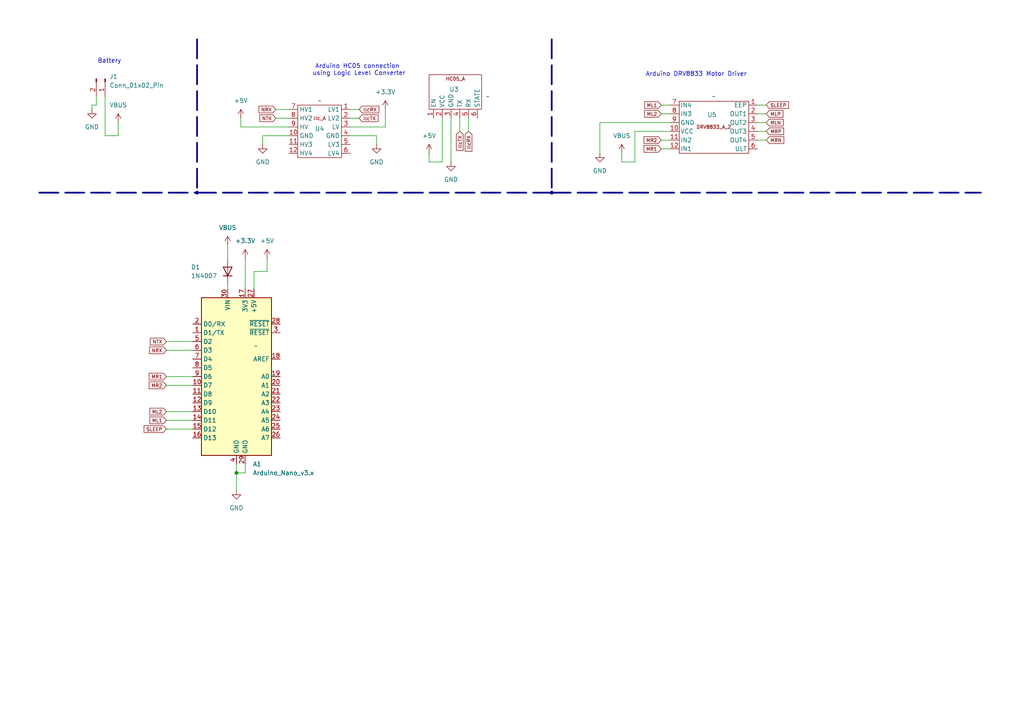
<source format=kicad_sch>
(kicad_sch
	(version 20250114)
	(generator "eeschema")
	(generator_version "9.0")
	(uuid "51d1f359-523f-4028-b5e2-5fd0840b8bb0")
	(paper "A4")
	(lib_symbols
		(symbol "Connector:Conn_01x02_Pin"
			(pin_names
				(offset 1.016)
				(hide yes)
			)
			(exclude_from_sim no)
			(in_bom yes)
			(on_board yes)
			(property "Reference" "J"
				(at 0 2.54 0)
				(effects
					(font
						(size 1.27 1.27)
					)
				)
			)
			(property "Value" "Conn_01x02_Pin"
				(at 0 -5.08 0)
				(effects
					(font
						(size 1.27 1.27)
					)
				)
			)
			(property "Footprint" ""
				(at 0 0 0)
				(effects
					(font
						(size 1.27 1.27)
					)
					(hide yes)
				)
			)
			(property "Datasheet" "~"
				(at 0 0 0)
				(effects
					(font
						(size 1.27 1.27)
					)
					(hide yes)
				)
			)
			(property "Description" "Generic connector, single row, 01x02, script generated"
				(at 0 0 0)
				(effects
					(font
						(size 1.27 1.27)
					)
					(hide yes)
				)
			)
			(property "ki_locked" ""
				(at 0 0 0)
				(effects
					(font
						(size 1.27 1.27)
					)
				)
			)
			(property "ki_keywords" "connector"
				(at 0 0 0)
				(effects
					(font
						(size 1.27 1.27)
					)
					(hide yes)
				)
			)
			(property "ki_fp_filters" "Connector*:*_1x??_*"
				(at 0 0 0)
				(effects
					(font
						(size 1.27 1.27)
					)
					(hide yes)
				)
			)
			(symbol "Conn_01x02_Pin_1_1"
				(rectangle
					(start 0.8636 0.127)
					(end 0 -0.127)
					(stroke
						(width 0.1524)
						(type default)
					)
					(fill
						(type outline)
					)
				)
				(rectangle
					(start 0.8636 -2.413)
					(end 0 -2.667)
					(stroke
						(width 0.1524)
						(type default)
					)
					(fill
						(type outline)
					)
				)
				(polyline
					(pts
						(xy 1.27 0) (xy 0.8636 0)
					)
					(stroke
						(width 0.1524)
						(type default)
					)
					(fill
						(type none)
					)
				)
				(polyline
					(pts
						(xy 1.27 -2.54) (xy 0.8636 -2.54)
					)
					(stroke
						(width 0.1524)
						(type default)
					)
					(fill
						(type none)
					)
				)
				(pin passive line
					(at 5.08 0 180)
					(length 3.81)
					(name "Pin_1"
						(effects
							(font
								(size 1.27 1.27)
							)
						)
					)
					(number "1"
						(effects
							(font
								(size 1.27 1.27)
							)
						)
					)
				)
				(pin passive line
					(at 5.08 -2.54 180)
					(length 3.81)
					(name "Pin_2"
						(effects
							(font
								(size 1.27 1.27)
							)
						)
					)
					(number "2"
						(effects
							(font
								(size 1.27 1.27)
							)
						)
					)
				)
			)
			(embedded_fonts no)
		)
		(symbol "DRV8833ALI_2_1"
			(exclude_from_sim no)
			(in_bom yes)
			(on_board yes)
			(property "Reference" "U5"
				(at 0 13.97 0)
				(effects
					(font
						(size 1.27 1.27)
					)
				)
			)
			(property "Value" "~"
				(at 0 11.43 0)
				(effects
					(font
						(size 1.27 1.27)
					)
				)
			)
			(property "Footprint" ""
				(at 0 0 0)
				(effects
					(font
						(size 1.27 1.27)
					)
					(hide yes)
				)
			)
			(property "Datasheet" ""
				(at 0 0 0)
				(effects
					(font
						(size 1.27 1.27)
					)
					(hide yes)
				)
			)
			(property "Description" ""
				(at 0 0 0)
				(effects
					(font
						(size 1.27 1.27)
					)
					(hide yes)
				)
			)
			(symbol "DRV8833ALI_2_1_0_1"
				(rectangle
					(start -10 10)
					(end 10.16 -5.08)
					(stroke
						(width 0)
						(type default)
					)
					(fill
						(type none)
					)
				)
			)
			(symbol "DRV8833ALI_2_1_1_1"
				(text "DRV8833_A_2"
					(at 0 2.54 0)
					(effects
						(font
							(size 1 1)
						)
					)
				)
				(pin input line
					(at -12.7 8.89 0)
					(length 2.54)
					(name "IN4"
						(effects
							(font
								(size 1.27 1.27)
							)
						)
					)
					(number "7"
						(effects
							(font
								(size 1.27 1.27)
							)
						)
					)
				)
				(pin input line
					(at -12.7 6.35 0)
					(length 2.54)
					(name "IN3"
						(effects
							(font
								(size 1.27 1.27)
							)
						)
					)
					(number "8"
						(effects
							(font
								(size 1.27 1.27)
							)
						)
					)
				)
				(pin input line
					(at -12.7 3.81 0)
					(length 2.54)
					(name "GND"
						(effects
							(font
								(size 1.27 1.27)
							)
						)
					)
					(number "9"
						(effects
							(font
								(size 1.27 1.27)
							)
						)
					)
				)
				(pin input line
					(at -12.7 1.27 0)
					(length 2.54)
					(name "VCC"
						(effects
							(font
								(size 1.27 1.27)
							)
						)
					)
					(number "10"
						(effects
							(font
								(size 1.27 1.27)
							)
						)
					)
				)
				(pin input line
					(at -12.7 -1.27 0)
					(length 2.54)
					(name "IN2"
						(effects
							(font
								(size 1.27 1.27)
							)
						)
					)
					(number "11"
						(effects
							(font
								(size 1.27 1.27)
							)
						)
					)
				)
				(pin input line
					(at -12.7 -3.81 0)
					(length 2.54)
					(name "IN1"
						(effects
							(font
								(size 1.27 1.27)
							)
						)
					)
					(number "12"
						(effects
							(font
								(size 1.27 1.27)
							)
						)
					)
				)
				(pin input line
					(at 12.7 8.89 180)
					(length 2.54)
					(name "EEP"
						(effects
							(font
								(size 1.27 1.27)
							)
						)
					)
					(number "1"
						(effects
							(font
								(size 1.27 1.27)
							)
						)
					)
				)
				(pin input line
					(at 12.7 6.35 180)
					(length 2.54)
					(name "OUT1"
						(effects
							(font
								(size 1.27 1.27)
							)
						)
					)
					(number "2"
						(effects
							(font
								(size 1.27 1.27)
							)
						)
					)
				)
				(pin input line
					(at 12.7 3.81 180)
					(length 2.54)
					(name "OUT2"
						(effects
							(font
								(size 1.27 1.27)
							)
						)
					)
					(number "3"
						(effects
							(font
								(size 1.27 1.27)
							)
						)
					)
				)
				(pin input line
					(at 12.7 1.27 180)
					(length 2.54)
					(name "OUT3"
						(effects
							(font
								(size 1.27 1.27)
							)
						)
					)
					(number "4"
						(effects
							(font
								(size 1.27 1.27)
							)
						)
					)
				)
				(pin input line
					(at 12.7 -1.27 180)
					(length 2.54)
					(name "OUT4"
						(effects
							(font
								(size 1.27 1.27)
							)
						)
					)
					(number "5"
						(effects
							(font
								(size 1.27 1.27)
							)
						)
					)
				)
				(pin input line
					(at 12.7 -3.81 180)
					(length 2.54)
					(name "ULT"
						(effects
							(font
								(size 1.27 1.27)
							)
						)
					)
					(number "6"
						(effects
							(font
								(size 1.27 1.27)
							)
						)
					)
				)
			)
			(embedded_fonts no)
		)
		(symbol "DRV8833_A:DRV8833_A"
			(exclude_from_sim no)
			(in_bom yes)
			(on_board yes)
			(property "Reference" "U"
				(at 0 0 0)
				(effects
					(font
						(size 1.27 1.27)
					)
				)
			)
			(property "Value" ""
				(at 0 0 0)
				(effects
					(font
						(size 1.27 1.27)
					)
				)
			)
			(property "Footprint" ""
				(at 0 0 0)
				(effects
					(font
						(size 1.27 1.27)
					)
					(hide yes)
				)
			)
			(property "Datasheet" ""
				(at 0 0 0)
				(effects
					(font
						(size 1.27 1.27)
					)
					(hide yes)
				)
			)
			(property "Description" ""
				(at 0 0 0)
				(effects
					(font
						(size 1.27 1.27)
					)
					(hide yes)
				)
			)
			(embedded_fonts no)
		)
		(symbol "Diode:1N4007"
			(pin_numbers
				(hide yes)
			)
			(pin_names
				(hide yes)
			)
			(exclude_from_sim no)
			(in_bom yes)
			(on_board yes)
			(property "Reference" "D"
				(at 0 2.54 0)
				(effects
					(font
						(size 1.27 1.27)
					)
				)
			)
			(property "Value" "1N4007"
				(at 0 -2.54 0)
				(effects
					(font
						(size 1.27 1.27)
					)
				)
			)
			(property "Footprint" "Diode_THT:D_DO-41_SOD81_P10.16mm_Horizontal"
				(at 0 -4.445 0)
				(effects
					(font
						(size 1.27 1.27)
					)
					(hide yes)
				)
			)
			(property "Datasheet" "http://www.vishay.com/docs/88503/1n4001.pdf"
				(at 0 0 0)
				(effects
					(font
						(size 1.27 1.27)
					)
					(hide yes)
				)
			)
			(property "Description" "1000V 1A General Purpose Rectifier Diode, DO-41"
				(at 0 0 0)
				(effects
					(font
						(size 1.27 1.27)
					)
					(hide yes)
				)
			)
			(property "Sim.Device" "D"
				(at 0 0 0)
				(effects
					(font
						(size 1.27 1.27)
					)
					(hide yes)
				)
			)
			(property "Sim.Pins" "1=K 2=A"
				(at 0 0 0)
				(effects
					(font
						(size 1.27 1.27)
					)
					(hide yes)
				)
			)
			(property "ki_keywords" "diode"
				(at 0 0 0)
				(effects
					(font
						(size 1.27 1.27)
					)
					(hide yes)
				)
			)
			(property "ki_fp_filters" "D*DO?41*"
				(at 0 0 0)
				(effects
					(font
						(size 1.27 1.27)
					)
					(hide yes)
				)
			)
			(symbol "1N4007_0_1"
				(polyline
					(pts
						(xy -1.27 1.27) (xy -1.27 -1.27)
					)
					(stroke
						(width 0.254)
						(type default)
					)
					(fill
						(type none)
					)
				)
				(polyline
					(pts
						(xy 1.27 1.27) (xy 1.27 -1.27) (xy -1.27 0) (xy 1.27 1.27)
					)
					(stroke
						(width 0.254)
						(type default)
					)
					(fill
						(type none)
					)
				)
				(polyline
					(pts
						(xy 1.27 0) (xy -1.27 0)
					)
					(stroke
						(width 0)
						(type default)
					)
					(fill
						(type none)
					)
				)
			)
			(symbol "1N4007_1_1"
				(pin passive line
					(at -3.81 0 0)
					(length 2.54)
					(name "K"
						(effects
							(font
								(size 1.27 1.27)
							)
						)
					)
					(number "1"
						(effects
							(font
								(size 1.27 1.27)
							)
						)
					)
				)
				(pin passive line
					(at 3.81 0 180)
					(length 2.54)
					(name "A"
						(effects
							(font
								(size 1.27 1.27)
							)
						)
					)
					(number "2"
						(effects
							(font
								(size 1.27 1.27)
							)
						)
					)
				)
			)
			(embedded_fonts no)
		)
		(symbol "HC05_A:HC05ALI"
			(exclude_from_sim no)
			(in_bom yes)
			(on_board yes)
			(property "Reference" "U"
				(at 0 1.27 0)
				(effects
					(font
						(size 1.27 1.27)
					)
				)
			)
			(property "Value" ""
				(at 0 0 0)
				(effects
					(font
						(size 1.27 1.27)
					)
				)
			)
			(property "Footprint" ""
				(at 0 0 0)
				(effects
					(font
						(size 1.27 1.27)
					)
					(hide yes)
				)
			)
			(property "Datasheet" ""
				(at 0 0 0)
				(effects
					(font
						(size 1.27 1.27)
					)
					(hide yes)
				)
			)
			(property "Description" ""
				(at 0 0 0)
				(effects
					(font
						(size 1.27 1.27)
					)
					(hide yes)
				)
			)
			(symbol "HC05ALI_0_1"
				(rectangle
					(start -7.62 5)
					(end 7.62 -5)
					(stroke
						(width 0)
						(type default)
					)
					(fill
						(type none)
					)
				)
			)
			(symbol "HC05ALI_1_1"
				(text "HC05_A"
					(at 0 3.81 0)
					(effects
						(font
							(size 1 1)
						)
					)
				)
				(pin input line
					(at -6.35 -7.62 90)
					(length 2.54)
					(name "EN"
						(effects
							(font
								(size 1.27 1.27)
							)
						)
					)
					(number "1"
						(effects
							(font
								(size 1.27 1.27)
							)
						)
					)
				)
				(pin input line
					(at -3.81 -7.62 90)
					(length 2.54)
					(name "VCC"
						(effects
							(font
								(size 1.27 1.27)
							)
						)
					)
					(number "2"
						(effects
							(font
								(size 1.27 1.27)
							)
						)
					)
				)
				(pin input line
					(at -1.27 -7.62 90)
					(length 2.54)
					(name "GND"
						(effects
							(font
								(size 1.27 1.27)
							)
						)
					)
					(number "3"
						(effects
							(font
								(size 1.27 1.27)
							)
						)
					)
				)
				(pin input line
					(at 1.27 -7.62 90)
					(length 2.54)
					(name "TX"
						(effects
							(font
								(size 1.27 1.27)
							)
						)
					)
					(number "4"
						(effects
							(font
								(size 1.27 1.27)
							)
						)
					)
				)
				(pin input line
					(at 3.81 -7.62 90)
					(length 2.54)
					(name "RX"
						(effects
							(font
								(size 1.27 1.27)
							)
						)
					)
					(number "5"
						(effects
							(font
								(size 1.27 1.27)
							)
						)
					)
				)
				(pin input line
					(at 6.35 -7.62 90)
					(length 2.54)
					(name "STATE"
						(effects
							(font
								(size 1.27 1.27)
							)
						)
					)
					(number "6"
						(effects
							(font
								(size 1.27 1.27)
							)
						)
					)
				)
			)
			(embedded_fonts no)
		)
		(symbol "MCU_Module:Arduino_Nano_v3.x"
			(exclude_from_sim no)
			(in_bom yes)
			(on_board yes)
			(property "Reference" "A"
				(at -10.16 23.495 0)
				(effects
					(font
						(size 1.27 1.27)
					)
					(justify left bottom)
				)
			)
			(property "Value" "Arduino_Nano_v3.x"
				(at 5.08 -24.13 0)
				(effects
					(font
						(size 1.27 1.27)
					)
					(justify left top)
				)
			)
			(property "Footprint" "Module:Arduino_Nano"
				(at 0 0 0)
				(effects
					(font
						(size 1.27 1.27)
						(italic yes)
					)
					(hide yes)
				)
			)
			(property "Datasheet" "http://www.mouser.com/pdfdocs/Gravitech_Arduino_Nano3_0.pdf"
				(at 0 0 0)
				(effects
					(font
						(size 1.27 1.27)
					)
					(hide yes)
				)
			)
			(property "Description" "Arduino Nano v3.x"
				(at 0 0 0)
				(effects
					(font
						(size 1.27 1.27)
					)
					(hide yes)
				)
			)
			(property "ki_keywords" "Arduino nano microcontroller module USB"
				(at 0 0 0)
				(effects
					(font
						(size 1.27 1.27)
					)
					(hide yes)
				)
			)
			(property "ki_fp_filters" "Arduino*Nano*"
				(at 0 0 0)
				(effects
					(font
						(size 1.27 1.27)
					)
					(hide yes)
				)
			)
			(symbol "Arduino_Nano_v3.x_0_1"
				(rectangle
					(start -10.16 22.86)
					(end 10.16 -22.86)
					(stroke
						(width 0.254)
						(type default)
					)
					(fill
						(type background)
					)
				)
			)
			(symbol "Arduino_Nano_v3.x_1_1"
				(pin bidirectional line
					(at -12.7 15.24 0)
					(length 2.54)
					(name "D0/RX"
						(effects
							(font
								(size 1.27 1.27)
							)
						)
					)
					(number "2"
						(effects
							(font
								(size 1.27 1.27)
							)
						)
					)
				)
				(pin bidirectional line
					(at -12.7 12.7 0)
					(length 2.54)
					(name "D1/TX"
						(effects
							(font
								(size 1.27 1.27)
							)
						)
					)
					(number "1"
						(effects
							(font
								(size 1.27 1.27)
							)
						)
					)
				)
				(pin bidirectional line
					(at -12.7 10.16 0)
					(length 2.54)
					(name "D2"
						(effects
							(font
								(size 1.27 1.27)
							)
						)
					)
					(number "5"
						(effects
							(font
								(size 1.27 1.27)
							)
						)
					)
				)
				(pin bidirectional line
					(at -12.7 7.62 0)
					(length 2.54)
					(name "D3"
						(effects
							(font
								(size 1.27 1.27)
							)
						)
					)
					(number "6"
						(effects
							(font
								(size 1.27 1.27)
							)
						)
					)
				)
				(pin bidirectional line
					(at -12.7 5.08 0)
					(length 2.54)
					(name "D4"
						(effects
							(font
								(size 1.27 1.27)
							)
						)
					)
					(number "7"
						(effects
							(font
								(size 1.27 1.27)
							)
						)
					)
				)
				(pin bidirectional line
					(at -12.7 2.54 0)
					(length 2.54)
					(name "D5"
						(effects
							(font
								(size 1.27 1.27)
							)
						)
					)
					(number "8"
						(effects
							(font
								(size 1.27 1.27)
							)
						)
					)
				)
				(pin bidirectional line
					(at -12.7 0 0)
					(length 2.54)
					(name "D6"
						(effects
							(font
								(size 1.27 1.27)
							)
						)
					)
					(number "9"
						(effects
							(font
								(size 1.27 1.27)
							)
						)
					)
				)
				(pin bidirectional line
					(at -12.7 -2.54 0)
					(length 2.54)
					(name "D7"
						(effects
							(font
								(size 1.27 1.27)
							)
						)
					)
					(number "10"
						(effects
							(font
								(size 1.27 1.27)
							)
						)
					)
				)
				(pin bidirectional line
					(at -12.7 -5.08 0)
					(length 2.54)
					(name "D8"
						(effects
							(font
								(size 1.27 1.27)
							)
						)
					)
					(number "11"
						(effects
							(font
								(size 1.27 1.27)
							)
						)
					)
				)
				(pin bidirectional line
					(at -12.7 -7.62 0)
					(length 2.54)
					(name "D9"
						(effects
							(font
								(size 1.27 1.27)
							)
						)
					)
					(number "12"
						(effects
							(font
								(size 1.27 1.27)
							)
						)
					)
				)
				(pin bidirectional line
					(at -12.7 -10.16 0)
					(length 2.54)
					(name "D10"
						(effects
							(font
								(size 1.27 1.27)
							)
						)
					)
					(number "13"
						(effects
							(font
								(size 1.27 1.27)
							)
						)
					)
				)
				(pin bidirectional line
					(at -12.7 -12.7 0)
					(length 2.54)
					(name "D11"
						(effects
							(font
								(size 1.27 1.27)
							)
						)
					)
					(number "14"
						(effects
							(font
								(size 1.27 1.27)
							)
						)
					)
				)
				(pin bidirectional line
					(at -12.7 -15.24 0)
					(length 2.54)
					(name "D12"
						(effects
							(font
								(size 1.27 1.27)
							)
						)
					)
					(number "15"
						(effects
							(font
								(size 1.27 1.27)
							)
						)
					)
				)
				(pin bidirectional line
					(at -12.7 -17.78 0)
					(length 2.54)
					(name "D13"
						(effects
							(font
								(size 1.27 1.27)
							)
						)
					)
					(number "16"
						(effects
							(font
								(size 1.27 1.27)
							)
						)
					)
				)
				(pin power_in line
					(at -2.54 25.4 270)
					(length 2.54)
					(name "VIN"
						(effects
							(font
								(size 1.27 1.27)
							)
						)
					)
					(number "30"
						(effects
							(font
								(size 1.27 1.27)
							)
						)
					)
				)
				(pin power_in line
					(at 0 -25.4 90)
					(length 2.54)
					(name "GND"
						(effects
							(font
								(size 1.27 1.27)
							)
						)
					)
					(number "4"
						(effects
							(font
								(size 1.27 1.27)
							)
						)
					)
				)
				(pin power_out line
					(at 2.54 25.4 270)
					(length 2.54)
					(name "3V3"
						(effects
							(font
								(size 1.27 1.27)
							)
						)
					)
					(number "17"
						(effects
							(font
								(size 1.27 1.27)
							)
						)
					)
				)
				(pin power_in line
					(at 2.54 -25.4 90)
					(length 2.54)
					(name "GND"
						(effects
							(font
								(size 1.27 1.27)
							)
						)
					)
					(number "29"
						(effects
							(font
								(size 1.27 1.27)
							)
						)
					)
				)
				(pin power_out line
					(at 5.08 25.4 270)
					(length 2.54)
					(name "+5V"
						(effects
							(font
								(size 1.27 1.27)
							)
						)
					)
					(number "27"
						(effects
							(font
								(size 1.27 1.27)
							)
						)
					)
				)
				(pin input line
					(at 12.7 15.24 180)
					(length 2.54)
					(name "~{RESET}"
						(effects
							(font
								(size 1.27 1.27)
							)
						)
					)
					(number "28"
						(effects
							(font
								(size 1.27 1.27)
							)
						)
					)
				)
				(pin input line
					(at 12.7 12.7 180)
					(length 2.54)
					(name "~{RESET}"
						(effects
							(font
								(size 1.27 1.27)
							)
						)
					)
					(number "3"
						(effects
							(font
								(size 1.27 1.27)
							)
						)
					)
				)
				(pin input line
					(at 12.7 5.08 180)
					(length 2.54)
					(name "AREF"
						(effects
							(font
								(size 1.27 1.27)
							)
						)
					)
					(number "18"
						(effects
							(font
								(size 1.27 1.27)
							)
						)
					)
				)
				(pin bidirectional line
					(at 12.7 0 180)
					(length 2.54)
					(name "A0"
						(effects
							(font
								(size 1.27 1.27)
							)
						)
					)
					(number "19"
						(effects
							(font
								(size 1.27 1.27)
							)
						)
					)
				)
				(pin bidirectional line
					(at 12.7 -2.54 180)
					(length 2.54)
					(name "A1"
						(effects
							(font
								(size 1.27 1.27)
							)
						)
					)
					(number "20"
						(effects
							(font
								(size 1.27 1.27)
							)
						)
					)
				)
				(pin bidirectional line
					(at 12.7 -5.08 180)
					(length 2.54)
					(name "A2"
						(effects
							(font
								(size 1.27 1.27)
							)
						)
					)
					(number "21"
						(effects
							(font
								(size 1.27 1.27)
							)
						)
					)
				)
				(pin bidirectional line
					(at 12.7 -7.62 180)
					(length 2.54)
					(name "A3"
						(effects
							(font
								(size 1.27 1.27)
							)
						)
					)
					(number "22"
						(effects
							(font
								(size 1.27 1.27)
							)
						)
					)
				)
				(pin bidirectional line
					(at 12.7 -10.16 180)
					(length 2.54)
					(name "A4"
						(effects
							(font
								(size 1.27 1.27)
							)
						)
					)
					(number "23"
						(effects
							(font
								(size 1.27 1.27)
							)
						)
					)
				)
				(pin bidirectional line
					(at 12.7 -12.7 180)
					(length 2.54)
					(name "A5"
						(effects
							(font
								(size 1.27 1.27)
							)
						)
					)
					(number "24"
						(effects
							(font
								(size 1.27 1.27)
							)
						)
					)
				)
				(pin bidirectional line
					(at 12.7 -15.24 180)
					(length 2.54)
					(name "A6"
						(effects
							(font
								(size 1.27 1.27)
							)
						)
					)
					(number "25"
						(effects
							(font
								(size 1.27 1.27)
							)
						)
					)
				)
				(pin bidirectional line
					(at 12.7 -17.78 180)
					(length 2.54)
					(name "A7"
						(effects
							(font
								(size 1.27 1.27)
							)
						)
					)
					(number "26"
						(effects
							(font
								(size 1.27 1.27)
							)
						)
					)
				)
			)
			(embedded_fonts no)
		)
		(symbol "llc_A:llc_A"
			(exclude_from_sim no)
			(in_bom yes)
			(on_board yes)
			(property "Reference" "U"
				(at 0 0 0)
				(effects
					(font
						(size 1.27 1.27)
					)
				)
			)
			(property "Value" ""
				(at 0 0 0)
				(effects
					(font
						(size 1.27 1.27)
					)
				)
			)
			(property "Footprint" ""
				(at 0 0 0)
				(effects
					(font
						(size 1.27 1.27)
					)
					(hide yes)
				)
			)
			(property "Datasheet" ""
				(at 0 0 0)
				(effects
					(font
						(size 1.27 1.27)
					)
					(hide yes)
				)
			)
			(property "Description" ""
				(at 0 0 0)
				(effects
					(font
						(size 1.27 1.27)
					)
					(hide yes)
				)
			)
			(symbol "llc_A_0_1"
				(rectangle
					(start -6.35 6.35)
					(end 6.35 -8.89)
					(stroke
						(width 0)
						(type default)
					)
					(fill
						(type none)
					)
				)
			)
			(symbol "llc_A_1_1"
				(text "llc_A"
					(at 0 2.54 0)
					(effects
						(font
							(size 1 1)
						)
					)
				)
				(pin input line
					(at -8.89 5.08 0)
					(length 2.54)
					(name "HV1"
						(effects
							(font
								(size 1.27 1.27)
							)
						)
					)
					(number "7"
						(effects
							(font
								(size 1.27 1.27)
							)
						)
					)
				)
				(pin input line
					(at -8.89 2.54 0)
					(length 2.54)
					(name "HV2"
						(effects
							(font
								(size 1.27 1.27)
							)
						)
					)
					(number "8"
						(effects
							(font
								(size 1.27 1.27)
							)
						)
					)
				)
				(pin input line
					(at -8.89 0 0)
					(length 2.54)
					(name "HV"
						(effects
							(font
								(size 1.27 1.27)
							)
						)
					)
					(number "9"
						(effects
							(font
								(size 1.27 1.27)
							)
						)
					)
				)
				(pin input line
					(at -8.89 -2.54 0)
					(length 2.54)
					(name "GND"
						(effects
							(font
								(size 1.27 1.27)
							)
						)
					)
					(number "10"
						(effects
							(font
								(size 1.27 1.27)
							)
						)
					)
				)
				(pin input line
					(at -8.89 -5.08 0)
					(length 2.54)
					(name "HV3"
						(effects
							(font
								(size 1.27 1.27)
							)
						)
					)
					(number "11"
						(effects
							(font
								(size 1.27 1.27)
							)
						)
					)
				)
				(pin input line
					(at -8.89 -7.62 0)
					(length 2.54)
					(name "HV4"
						(effects
							(font
								(size 1.27 1.27)
							)
						)
					)
					(number "12"
						(effects
							(font
								(size 1.27 1.27)
							)
						)
					)
				)
				(pin input line
					(at 8.89 5.08 180)
					(length 2.54)
					(name "LV1"
						(effects
							(font
								(size 1.27 1.27)
							)
						)
					)
					(number "1"
						(effects
							(font
								(size 1.27 1.27)
							)
						)
					)
				)
				(pin input line
					(at 8.89 2.54 180)
					(length 2.54)
					(name "LV2"
						(effects
							(font
								(size 1.27 1.27)
							)
						)
					)
					(number "2"
						(effects
							(font
								(size 1.27 1.27)
							)
						)
					)
				)
				(pin input line
					(at 8.89 0 180)
					(length 2.54)
					(name "LV"
						(effects
							(font
								(size 1.27 1.27)
							)
						)
					)
					(number "3"
						(effects
							(font
								(size 1.27 1.27)
							)
						)
					)
				)
				(pin input line
					(at 8.89 -2.54 180)
					(length 2.54)
					(name "GND"
						(effects
							(font
								(size 1.27 1.27)
							)
						)
					)
					(number "4"
						(effects
							(font
								(size 1.27 1.27)
							)
						)
					)
				)
				(pin input line
					(at 8.89 -5.08 180)
					(length 2.54)
					(name "LV3"
						(effects
							(font
								(size 1.27 1.27)
							)
						)
					)
					(number "5"
						(effects
							(font
								(size 1.27 1.27)
							)
						)
					)
				)
				(pin input line
					(at 8.89 -7.62 180)
					(length 2.54)
					(name "LV4"
						(effects
							(font
								(size 1.27 1.27)
							)
						)
					)
					(number "6"
						(effects
							(font
								(size 1.27 1.27)
							)
						)
					)
				)
			)
			(embedded_fonts no)
		)
		(symbol "power:+3.3V"
			(power)
			(pin_numbers
				(hide yes)
			)
			(pin_names
				(offset 0)
				(hide yes)
			)
			(exclude_from_sim no)
			(in_bom yes)
			(on_board yes)
			(property "Reference" "#PWR"
				(at 0 -3.81 0)
				(effects
					(font
						(size 1.27 1.27)
					)
					(hide yes)
				)
			)
			(property "Value" "+3.3V"
				(at 0 3.556 0)
				(effects
					(font
						(size 1.27 1.27)
					)
				)
			)
			(property "Footprint" ""
				(at 0 0 0)
				(effects
					(font
						(size 1.27 1.27)
					)
					(hide yes)
				)
			)
			(property "Datasheet" ""
				(at 0 0 0)
				(effects
					(font
						(size 1.27 1.27)
					)
					(hide yes)
				)
			)
			(property "Description" "Power symbol creates a global label with name \"+3.3V\""
				(at 0 0 0)
				(effects
					(font
						(size 1.27 1.27)
					)
					(hide yes)
				)
			)
			(property "ki_keywords" "global power"
				(at 0 0 0)
				(effects
					(font
						(size 1.27 1.27)
					)
					(hide yes)
				)
			)
			(symbol "+3.3V_0_1"
				(polyline
					(pts
						(xy -0.762 1.27) (xy 0 2.54)
					)
					(stroke
						(width 0)
						(type default)
					)
					(fill
						(type none)
					)
				)
				(polyline
					(pts
						(xy 0 2.54) (xy 0.762 1.27)
					)
					(stroke
						(width 0)
						(type default)
					)
					(fill
						(type none)
					)
				)
				(polyline
					(pts
						(xy 0 0) (xy 0 2.54)
					)
					(stroke
						(width 0)
						(type default)
					)
					(fill
						(type none)
					)
				)
			)
			(symbol "+3.3V_1_1"
				(pin power_in line
					(at 0 0 90)
					(length 0)
					(name "~"
						(effects
							(font
								(size 1.27 1.27)
							)
						)
					)
					(number "1"
						(effects
							(font
								(size 1.27 1.27)
							)
						)
					)
				)
			)
			(embedded_fonts no)
		)
		(symbol "power:+5V"
			(power)
			(pin_numbers
				(hide yes)
			)
			(pin_names
				(offset 0)
				(hide yes)
			)
			(exclude_from_sim no)
			(in_bom yes)
			(on_board yes)
			(property "Reference" "#PWR"
				(at 0 -3.81 0)
				(effects
					(font
						(size 1.27 1.27)
					)
					(hide yes)
				)
			)
			(property "Value" "+5V"
				(at 0 3.556 0)
				(effects
					(font
						(size 1.27 1.27)
					)
				)
			)
			(property "Footprint" ""
				(at 0 0 0)
				(effects
					(font
						(size 1.27 1.27)
					)
					(hide yes)
				)
			)
			(property "Datasheet" ""
				(at 0 0 0)
				(effects
					(font
						(size 1.27 1.27)
					)
					(hide yes)
				)
			)
			(property "Description" "Power symbol creates a global label with name \"+5V\""
				(at 0 0 0)
				(effects
					(font
						(size 1.27 1.27)
					)
					(hide yes)
				)
			)
			(property "ki_keywords" "global power"
				(at 0 0 0)
				(effects
					(font
						(size 1.27 1.27)
					)
					(hide yes)
				)
			)
			(symbol "+5V_0_1"
				(polyline
					(pts
						(xy -0.762 1.27) (xy 0 2.54)
					)
					(stroke
						(width 0)
						(type default)
					)
					(fill
						(type none)
					)
				)
				(polyline
					(pts
						(xy 0 2.54) (xy 0.762 1.27)
					)
					(stroke
						(width 0)
						(type default)
					)
					(fill
						(type none)
					)
				)
				(polyline
					(pts
						(xy 0 0) (xy 0 2.54)
					)
					(stroke
						(width 0)
						(type default)
					)
					(fill
						(type none)
					)
				)
			)
			(symbol "+5V_1_1"
				(pin power_in line
					(at 0 0 90)
					(length 0)
					(name "~"
						(effects
							(font
								(size 1.27 1.27)
							)
						)
					)
					(number "1"
						(effects
							(font
								(size 1.27 1.27)
							)
						)
					)
				)
			)
			(embedded_fonts no)
		)
		(symbol "power:GND"
			(power)
			(pin_numbers
				(hide yes)
			)
			(pin_names
				(offset 0)
				(hide yes)
			)
			(exclude_from_sim no)
			(in_bom yes)
			(on_board yes)
			(property "Reference" "#PWR"
				(at 0 -6.35 0)
				(effects
					(font
						(size 1.27 1.27)
					)
					(hide yes)
				)
			)
			(property "Value" "GND"
				(at 0 -3.81 0)
				(effects
					(font
						(size 1.27 1.27)
					)
				)
			)
			(property "Footprint" ""
				(at 0 0 0)
				(effects
					(font
						(size 1.27 1.27)
					)
					(hide yes)
				)
			)
			(property "Datasheet" ""
				(at 0 0 0)
				(effects
					(font
						(size 1.27 1.27)
					)
					(hide yes)
				)
			)
			(property "Description" "Power symbol creates a global label with name \"GND\" , ground"
				(at 0 0 0)
				(effects
					(font
						(size 1.27 1.27)
					)
					(hide yes)
				)
			)
			(property "ki_keywords" "global power"
				(at 0 0 0)
				(effects
					(font
						(size 1.27 1.27)
					)
					(hide yes)
				)
			)
			(symbol "GND_0_1"
				(polyline
					(pts
						(xy 0 0) (xy 0 -1.27) (xy 1.27 -1.27) (xy 0 -2.54) (xy -1.27 -1.27) (xy 0 -1.27)
					)
					(stroke
						(width 0)
						(type default)
					)
					(fill
						(type none)
					)
				)
			)
			(symbol "GND_1_1"
				(pin power_in line
					(at 0 0 270)
					(length 0)
					(name "~"
						(effects
							(font
								(size 1.27 1.27)
							)
						)
					)
					(number "1"
						(effects
							(font
								(size 1.27 1.27)
							)
						)
					)
				)
			)
			(embedded_fonts no)
		)
		(symbol "power:VBUS"
			(power)
			(pin_numbers
				(hide yes)
			)
			(pin_names
				(offset 0)
				(hide yes)
			)
			(exclude_from_sim no)
			(in_bom yes)
			(on_board yes)
			(property "Reference" "#PWR"
				(at 0 -3.81 0)
				(effects
					(font
						(size 1.27 1.27)
					)
					(hide yes)
				)
			)
			(property "Value" "VBUS"
				(at 0 3.556 0)
				(effects
					(font
						(size 1.27 1.27)
					)
				)
			)
			(property "Footprint" ""
				(at 0 0 0)
				(effects
					(font
						(size 1.27 1.27)
					)
					(hide yes)
				)
			)
			(property "Datasheet" ""
				(at 0 0 0)
				(effects
					(font
						(size 1.27 1.27)
					)
					(hide yes)
				)
			)
			(property "Description" "Power symbol creates a global label with name \"VBUS\""
				(at 0 0 0)
				(effects
					(font
						(size 1.27 1.27)
					)
					(hide yes)
				)
			)
			(property "ki_keywords" "global power"
				(at 0 0 0)
				(effects
					(font
						(size 1.27 1.27)
					)
					(hide yes)
				)
			)
			(symbol "VBUS_0_1"
				(polyline
					(pts
						(xy -0.762 1.27) (xy 0 2.54)
					)
					(stroke
						(width 0)
						(type default)
					)
					(fill
						(type none)
					)
				)
				(polyline
					(pts
						(xy 0 2.54) (xy 0.762 1.27)
					)
					(stroke
						(width 0)
						(type default)
					)
					(fill
						(type none)
					)
				)
				(polyline
					(pts
						(xy 0 0) (xy 0 2.54)
					)
					(stroke
						(width 0)
						(type default)
					)
					(fill
						(type none)
					)
				)
			)
			(symbol "VBUS_1_1"
				(pin power_in line
					(at 0 0 90)
					(length 0)
					(name "~"
						(effects
							(font
								(size 1.27 1.27)
							)
						)
					)
					(number "1"
						(effects
							(font
								(size 1.27 1.27)
							)
						)
					)
				)
			)
			(embedded_fonts no)
		)
	)
	(text "Arduino DRV8833 Motor Driver"
		(exclude_from_sim no)
		(at 201.93 21.59 0)
		(effects
			(font
				(size 1.27 1.27)
			)
		)
		(uuid "1441f105-b884-4a85-873f-930ace74de3e")
	)
	(text "Arduino HC05 connection \nusing Logic Level Converter"
		(exclude_from_sim no)
		(at 104.14 20.32 0)
		(effects
			(font
				(size 1.27 1.27)
			)
		)
		(uuid "9f73d965-d159-4bb5-a4f8-ef90c36fb44b")
	)
	(text "Battery"
		(exclude_from_sim no)
		(at 31.75 17.78 0)
		(effects
			(font
				(size 1.27 1.27)
			)
		)
		(uuid "a8d78cd2-f756-4975-82b2-5f5bf91787f6")
	)
	(junction
		(at 160.02 55.88)
		(diameter 0)
		(color 0 0 0 0)
		(uuid "17235cd5-afc8-4893-98a6-7c54a4e5edb3")
	)
	(junction
		(at 57.15 55.88)
		(diameter 0)
		(color 0 0 0 0)
		(uuid "89847970-237b-4e41-8128-79ca97c6e84e")
	)
	(junction
		(at 68.58 137.16)
		(diameter 0)
		(color 0 0 0 0)
		(uuid "a012f318-0f2f-4948-923c-e30d30c2b696")
	)
	(wire
		(pts
			(xy 128.27 46.99) (xy 128.27 34.29)
		)
		(stroke
			(width 0)
			(type default)
		)
		(uuid "0115ad27-8516-458a-9141-716cc6b90a1e")
	)
	(wire
		(pts
			(xy 180.34 46.99) (xy 184.15 46.99)
		)
		(stroke
			(width 0)
			(type default)
		)
		(uuid "01f2206b-81e7-4687-b051-dc9965396320")
	)
	(wire
		(pts
			(xy 69.85 36.83) (xy 69.85 34.29)
		)
		(stroke
			(width 0)
			(type default)
		)
		(uuid "0211973c-bd60-43dc-b6d3-a022d230f6f0")
	)
	(wire
		(pts
			(xy 80.01 34.29) (xy 83.82 34.29)
		)
		(stroke
			(width 0)
			(type default)
		)
		(uuid "07643a97-50e9-4577-9984-128de9318cf8")
	)
	(wire
		(pts
			(xy 77.47 78.74) (xy 73.66 78.74)
		)
		(stroke
			(width 0)
			(type default)
		)
		(uuid "0825b739-6a2f-4593-bba0-f8b8c3ec01eb")
	)
	(wire
		(pts
			(xy 68.58 137.16) (xy 71.12 137.16)
		)
		(stroke
			(width 0)
			(type default)
		)
		(uuid "10bfdd2f-7021-48fd-b09d-83f286f7dceb")
	)
	(wire
		(pts
			(xy 48.26 124.46) (xy 55.88 124.46)
		)
		(stroke
			(width 0)
			(type default)
		)
		(uuid "11611813-49a4-4c03-a936-257f9a28c85f")
	)
	(wire
		(pts
			(xy 71.12 74.93) (xy 71.12 83.82)
		)
		(stroke
			(width 0)
			(type default)
		)
		(uuid "1eef7a52-3983-4ab4-8ae8-b9a05097b41b")
	)
	(wire
		(pts
			(xy 219.71 40.64) (xy 222.25 40.64)
		)
		(stroke
			(width 0)
			(type default)
		)
		(uuid "2109cb7a-358b-498b-9013-52763d8eba1f")
	)
	(bus
		(pts
			(xy 160.02 55.88) (xy 284.48 55.88)
		)
		(stroke
			(width 0.5)
			(type dash)
		)
		(uuid "2bc3c4bb-0d45-4e55-8586-c688e1099015")
	)
	(wire
		(pts
			(xy 101.6 36.83) (xy 111.76 36.83)
		)
		(stroke
			(width 0)
			(type default)
		)
		(uuid "2f722345-58f8-46f2-a437-dae3fe62bbff")
	)
	(wire
		(pts
			(xy 68.58 137.16) (xy 68.58 142.24)
		)
		(stroke
			(width 0)
			(type default)
		)
		(uuid "302e9e3b-8c6b-49f1-8e11-9b1623035700")
	)
	(wire
		(pts
			(xy 173.99 35.56) (xy 194.31 35.56)
		)
		(stroke
			(width 0)
			(type default)
		)
		(uuid "320020e7-791f-46be-b1c8-8c429e9b0ea0")
	)
	(wire
		(pts
			(xy 219.71 35.56) (xy 222.25 35.56)
		)
		(stroke
			(width 0)
			(type default)
		)
		(uuid "32589ee7-7379-4443-aeda-304276303dc4")
	)
	(wire
		(pts
			(xy 124.46 46.99) (xy 128.27 46.99)
		)
		(stroke
			(width 0)
			(type default)
		)
		(uuid "32eca9fb-d603-402d-9cbd-1ccbb290ce11")
	)
	(wire
		(pts
			(xy 48.26 121.92) (xy 55.88 121.92)
		)
		(stroke
			(width 0)
			(type default)
		)
		(uuid "33e8075f-f255-4871-8ff4-86db2a22d7ac")
	)
	(wire
		(pts
			(xy 48.26 109.22) (xy 55.88 109.22)
		)
		(stroke
			(width 0)
			(type default)
		)
		(uuid "353556e0-31e5-4ce3-a36b-aba548388ac8")
	)
	(wire
		(pts
			(xy 124.46 44.45) (xy 124.46 46.99)
		)
		(stroke
			(width 0)
			(type default)
		)
		(uuid "35a6ea99-9b29-45b7-be53-d791c0452a45")
	)
	(wire
		(pts
			(xy 73.66 78.74) (xy 73.66 83.82)
		)
		(stroke
			(width 0)
			(type default)
		)
		(uuid "3a6b79e9-e8bc-4c87-ab97-0a85bf814074")
	)
	(wire
		(pts
			(xy 111.76 36.83) (xy 111.76 31.75)
		)
		(stroke
			(width 0)
			(type default)
		)
		(uuid "3e008342-efc8-4d15-8b27-02f44865100d")
	)
	(wire
		(pts
			(xy 66.04 71.12) (xy 66.04 74.93)
		)
		(stroke
			(width 0)
			(type default)
		)
		(uuid "421424c8-d793-4ffe-9054-9e7ea3e3693e")
	)
	(wire
		(pts
			(xy 219.71 30.48) (xy 222.25 30.48)
		)
		(stroke
			(width 0)
			(type default)
		)
		(uuid "42726876-4452-4889-aed6-d96ebc5ea0b4")
	)
	(wire
		(pts
			(xy 83.82 39.37) (xy 76.2 39.37)
		)
		(stroke
			(width 0)
			(type default)
		)
		(uuid "46174f35-5316-4cfc-8c38-3f55adbfe7d7")
	)
	(wire
		(pts
			(xy 80.01 31.75) (xy 83.82 31.75)
		)
		(stroke
			(width 0)
			(type default)
		)
		(uuid "4c5d49f0-c9bb-4ff7-ae54-b2e8d3ecbfb7")
	)
	(wire
		(pts
			(xy 30.48 39.37) (xy 34.29 39.37)
		)
		(stroke
			(width 0)
			(type default)
		)
		(uuid "4e30a3ba-c47a-4462-868e-e8236888b0af")
	)
	(wire
		(pts
			(xy 48.26 99.06) (xy 55.88 99.06)
		)
		(stroke
			(width 0)
			(type default)
		)
		(uuid "50686ade-f1b8-49c7-8186-20f48d6fe2a5")
	)
	(wire
		(pts
			(xy 101.6 31.75) (xy 104.14 31.75)
		)
		(stroke
			(width 0)
			(type default)
		)
		(uuid "55329ed4-a04f-4d00-83aa-1d622c97d1c5")
	)
	(wire
		(pts
			(xy 48.26 119.38) (xy 55.88 119.38)
		)
		(stroke
			(width 0)
			(type default)
		)
		(uuid "57949756-b0ad-472a-996c-886b1c55ce8c")
	)
	(wire
		(pts
			(xy 219.71 33.02) (xy 222.25 33.02)
		)
		(stroke
			(width 0)
			(type default)
		)
		(uuid "5bf0e0a0-c656-48d3-a485-9325a27b7907")
	)
	(wire
		(pts
			(xy 135.89 34.29) (xy 135.89 38.1)
		)
		(stroke
			(width 0)
			(type default)
		)
		(uuid "5e4d9e2b-f40e-46c3-87d2-1f26dd2bd09a")
	)
	(wire
		(pts
			(xy 173.99 44.45) (xy 173.99 35.56)
		)
		(stroke
			(width 0)
			(type default)
		)
		(uuid "60cbbae2-0159-4638-9c38-859e350bb695")
	)
	(wire
		(pts
			(xy 68.58 134.62) (xy 68.58 137.16)
		)
		(stroke
			(width 0)
			(type default)
		)
		(uuid "63cec3f7-a10e-42b7-b906-0467ced10f60")
	)
	(wire
		(pts
			(xy 184.15 38.1) (xy 194.31 38.1)
		)
		(stroke
			(width 0)
			(type default)
		)
		(uuid "6d6724f2-a297-45ba-9c58-aac26e2d4363")
	)
	(wire
		(pts
			(xy 66.04 82.55) (xy 66.04 83.82)
		)
		(stroke
			(width 0)
			(type default)
		)
		(uuid "70970d5d-4668-44be-98b5-2b591e905f62")
	)
	(wire
		(pts
			(xy 77.47 78.74) (xy 77.47 74.93)
		)
		(stroke
			(width 0)
			(type default)
		)
		(uuid "73196567-8ae0-4736-b686-c2a17048b3e5")
	)
	(wire
		(pts
			(xy 26.67 31.75) (xy 26.67 30.48)
		)
		(stroke
			(width 0)
			(type default)
		)
		(uuid "73daa74f-3c64-4b82-be96-6fb750508005")
	)
	(bus
		(pts
			(xy 57.15 55.88) (xy 160.02 55.88)
		)
		(stroke
			(width 0.5)
			(type dash)
		)
		(uuid "780caa0b-b8a0-45e5-8d4b-992de2d0833a")
	)
	(wire
		(pts
			(xy 130.81 34.29) (xy 130.81 46.99)
		)
		(stroke
			(width 0)
			(type default)
		)
		(uuid "78526c53-c1f9-457f-992f-8e84fbbc53a9")
	)
	(wire
		(pts
			(xy 101.6 39.37) (xy 109.22 39.37)
		)
		(stroke
			(width 0)
			(type default)
		)
		(uuid "808efb09-cfab-404f-ac6e-cd14952fa784")
	)
	(bus
		(pts
			(xy 57.15 11.43) (xy 57.15 55.88)
		)
		(stroke
			(width 0.5)
			(type dash)
		)
		(uuid "8419b96d-54a7-4445-ad72-baeef82969ae")
	)
	(wire
		(pts
			(xy 191.77 40.64) (xy 194.31 40.64)
		)
		(stroke
			(width 0)
			(type default)
		)
		(uuid "84ef358c-ae4e-403d-9651-329578da8b3d")
	)
	(bus
		(pts
			(xy 160.02 11.43) (xy 160.02 55.88)
		)
		(stroke
			(width 0.5)
			(type dash)
		)
		(uuid "85b5ac7b-0ab3-4bee-af2d-13e8b51d6341")
	)
	(wire
		(pts
			(xy 219.71 38.1) (xy 222.25 38.1)
		)
		(stroke
			(width 0)
			(type default)
		)
		(uuid "862dd755-2fa5-49f2-bb5f-a52a279b0b06")
	)
	(wire
		(pts
			(xy 48.26 111.76) (xy 55.88 111.76)
		)
		(stroke
			(width 0)
			(type default)
		)
		(uuid "9164648e-e803-429d-8b03-4529b9ef9d05")
	)
	(wire
		(pts
			(xy 27.94 27.94) (xy 27.94 30.48)
		)
		(stroke
			(width 0)
			(type default)
		)
		(uuid "9692e70b-198c-4f19-9bd2-d807c2edbfd4")
	)
	(wire
		(pts
			(xy 191.77 33.02) (xy 194.31 33.02)
		)
		(stroke
			(width 0)
			(type default)
		)
		(uuid "9b0c2ca1-efa5-4641-87e6-ab23e8a463e5")
	)
	(wire
		(pts
			(xy 71.12 134.62) (xy 71.12 137.16)
		)
		(stroke
			(width 0)
			(type default)
		)
		(uuid "bb07ea0f-4d9e-4d3a-9f77-6ec664a9f904")
	)
	(wire
		(pts
			(xy 180.34 44.45) (xy 180.34 46.99)
		)
		(stroke
			(width 0)
			(type default)
		)
		(uuid "bb194374-0d12-4b15-b3df-995c36e98446")
	)
	(wire
		(pts
			(xy 34.29 35.56) (xy 34.29 39.37)
		)
		(stroke
			(width 0)
			(type default)
		)
		(uuid "c0f0783c-76b9-4634-8945-430f3512ff93")
	)
	(wire
		(pts
			(xy 30.48 27.94) (xy 30.48 39.37)
		)
		(stroke
			(width 0)
			(type default)
		)
		(uuid "c5115c4d-93ec-429d-9183-4842a24fda0d")
	)
	(wire
		(pts
			(xy 83.82 36.83) (xy 69.85 36.83)
		)
		(stroke
			(width 0)
			(type default)
		)
		(uuid "c532207b-65db-42b7-b37a-601d7a4bc7db")
	)
	(wire
		(pts
			(xy 48.26 101.6) (xy 55.88 101.6)
		)
		(stroke
			(width 0)
			(type default)
		)
		(uuid "c928ba53-5593-4eca-b745-2230dec2c9d1")
	)
	(wire
		(pts
			(xy 133.35 34.29) (xy 133.35 38.1)
		)
		(stroke
			(width 0)
			(type default)
		)
		(uuid "cc705fdb-d330-466b-b3ae-257f260f139e")
	)
	(wire
		(pts
			(xy 184.15 46.99) (xy 184.15 38.1)
		)
		(stroke
			(width 0)
			(type default)
		)
		(uuid "d3e5d97b-c6ad-4b4c-a276-4ce27e8a344d")
	)
	(wire
		(pts
			(xy 101.6 34.29) (xy 104.14 34.29)
		)
		(stroke
			(width 0)
			(type default)
		)
		(uuid "d483468c-c107-4b90-8b9f-825bc6fa435e")
	)
	(wire
		(pts
			(xy 76.2 39.37) (xy 76.2 41.91)
		)
		(stroke
			(width 0)
			(type default)
		)
		(uuid "d929f1c2-d44f-4a22-b7ef-c459f7e4fbdc")
	)
	(wire
		(pts
			(xy 26.67 30.48) (xy 27.94 30.48)
		)
		(stroke
			(width 0)
			(type default)
		)
		(uuid "e208c1d5-4aa3-4b33-ba46-2e4215cfbada")
	)
	(wire
		(pts
			(xy 191.77 43.18) (xy 194.31 43.18)
		)
		(stroke
			(width 0)
			(type default)
		)
		(uuid "ebc64869-0e6a-4369-a62c-f09ac913d80f")
	)
	(wire
		(pts
			(xy 109.22 39.37) (xy 109.22 41.91)
		)
		(stroke
			(width 0)
			(type default)
		)
		(uuid "f65972c4-1c04-4957-9a23-a909d891e9d5")
	)
	(bus
		(pts
			(xy 11.43 55.88) (xy 57.15 55.88)
		)
		(stroke
			(width 0.5)
			(type dash)
		)
		(uuid "f6a332ce-d1f2-4ddf-a24f-9cbb8a1b0095")
	)
	(wire
		(pts
			(xy 191.77 30.48) (xy 194.31 30.48)
		)
		(stroke
			(width 0)
			(type default)
		)
		(uuid "ffce0534-4528-4b6f-b25c-edafd1ea402b")
	)
	(global_label "MR2"
		(shape input)
		(at 48.26 111.76 180)
		(fields_autoplaced yes)
		(effects
			(font
				(size 1 1)
			)
			(justify right)
		)
		(uuid "0081d4d4-18e1-4cab-8da9-fa1809083404")
		(property "Intersheetrefs" "${INTERSHEET_REFS}"
			(at 42.8144 111.76 0)
			(effects
				(font
					(size 1.27 1.27)
				)
				(justify right)
				(hide yes)
			)
		)
	)
	(global_label "MRP"
		(shape input)
		(at 222.25 38.1 0)
		(fields_autoplaced yes)
		(effects
			(font
				(size 1 1)
			)
			(justify left)
		)
		(uuid "14c8dbc8-d13a-4f56-8ef6-4a28ea620b98")
		(property "Intersheetrefs" "${INTERSHEET_REFS}"
			(at 227.7432 38.1 0)
			(effects
				(font
					(size 1.27 1.27)
				)
				(justify left)
				(hide yes)
			)
		)
	)
	(global_label "llcRX"
		(shape input)
		(at 135.89 38.1 270)
		(fields_autoplaced yes)
		(effects
			(font
				(size 1 1)
			)
			(justify right)
		)
		(uuid "16cd53f6-f5b0-44af-b932-07286cf694c7")
		(property "Intersheetrefs" "${INTERSHEET_REFS}"
			(at 135.89 44.3074 90)
			(effects
				(font
					(size 1.27 1.27)
				)
				(justify right)
				(hide yes)
			)
		)
	)
	(global_label "MRN"
		(shape input)
		(at 222.25 40.64 0)
		(fields_autoplaced yes)
		(effects
			(font
				(size 1 1)
			)
			(justify left)
		)
		(uuid "3bd7d70e-a5d5-49ff-ad06-6c293ff0bb8d")
		(property "Intersheetrefs" "${INTERSHEET_REFS}"
			(at 227.7908 40.64 0)
			(effects
				(font
					(size 1.27 1.27)
				)
				(justify left)
				(hide yes)
			)
		)
	)
	(global_label "NRX"
		(shape input)
		(at 48.26 101.6 180)
		(fields_autoplaced yes)
		(effects
			(font
				(size 1 1)
			)
			(justify right)
		)
		(uuid "3c8194d4-2796-4d83-8380-aaa10af4b354")
		(property "Intersheetrefs" "${INTERSHEET_REFS}"
			(at 42.9097 101.6 0)
			(effects
				(font
					(size 1.27 1.27)
				)
				(justify right)
				(hide yes)
			)
		)
	)
	(global_label "llcRX"
		(shape input)
		(at 104.14 31.75 0)
		(fields_autoplaced yes)
		(effects
			(font
				(size 1 1)
			)
			(justify left)
		)
		(uuid "3dc12954-e2d8-4520-a528-b7d140eb7d40")
		(property "Intersheetrefs" "${INTERSHEET_REFS}"
			(at 110.3474 31.75 0)
			(effects
				(font
					(size 1.27 1.27)
				)
				(justify left)
				(hide yes)
			)
		)
	)
	(global_label "llcTX"
		(shape input)
		(at 104.14 34.29 0)
		(fields_autoplaced yes)
		(effects
			(font
				(size 1 1)
			)
			(justify left)
		)
		(uuid "4c59804c-0cb2-4292-9c79-219c90b6f7c1")
		(property "Intersheetrefs" "${INTERSHEET_REFS}"
			(at 110.1093 34.29 0)
			(effects
				(font
					(size 1.27 1.27)
				)
				(justify left)
				(hide yes)
			)
		)
	)
	(global_label "SLEEP"
		(shape input)
		(at 222.25 30.48 0)
		(fields_autoplaced yes)
		(effects
			(font
				(size 1 1)
			)
			(justify left)
		)
		(uuid "4e8ff244-7313-4ef3-ac67-d49bda0fa4e2")
		(property "Intersheetrefs" "${INTERSHEET_REFS}"
			(at 229.1718 30.48 0)
			(effects
				(font
					(size 1.27 1.27)
				)
				(justify left)
				(hide yes)
			)
		)
	)
	(global_label "ML1"
		(shape input)
		(at 48.26 121.92 180)
		(fields_autoplaced yes)
		(effects
			(font
				(size 1 1)
			)
			(justify right)
		)
		(uuid "57f23f7e-c5f8-4080-be34-946f189e61c4")
		(property "Intersheetrefs" "${INTERSHEET_REFS}"
			(at 43.0049 121.92 0)
			(effects
				(font
					(size 1.27 1.27)
				)
				(justify right)
				(hide yes)
			)
		)
	)
	(global_label "ML2"
		(shape input)
		(at 48.26 119.38 180)
		(fields_autoplaced yes)
		(effects
			(font
				(size 1 1)
			)
			(justify right)
		)
		(uuid "598ff3cc-44d4-4681-bcbb-1e6eabe2eca0")
		(property "Intersheetrefs" "${INTERSHEET_REFS}"
			(at 43.0049 119.38 0)
			(effects
				(font
					(size 1.27 1.27)
				)
				(justify right)
				(hide yes)
			)
		)
	)
	(global_label "MLP"
		(shape input)
		(at 222.25 33.02 0)
		(fields_autoplaced yes)
		(effects
			(font
				(size 1 1)
			)
			(justify left)
		)
		(uuid "6cd89e07-07f2-4861-9c08-456a9e18d51a")
		(property "Intersheetrefs" "${INTERSHEET_REFS}"
			(at 227.5527 33.02 0)
			(effects
				(font
					(size 1.27 1.27)
				)
				(justify left)
				(hide yes)
			)
		)
	)
	(global_label "llcTX"
		(shape input)
		(at 133.35 38.1 270)
		(fields_autoplaced yes)
		(effects
			(font
				(size 1 1)
			)
			(justify right)
		)
		(uuid "6cef28f9-1b26-4698-b7ed-c5baca779505")
		(property "Intersheetrefs" "${INTERSHEET_REFS}"
			(at 133.35 44.0693 90)
			(effects
				(font
					(size 1.27 1.27)
				)
				(justify right)
				(hide yes)
			)
		)
	)
	(global_label "SLEEP"
		(shape input)
		(at 48.26 124.46 180)
		(fields_autoplaced yes)
		(effects
			(font
				(size 1 1)
			)
			(justify right)
		)
		(uuid "7d62487f-b2e6-4762-b6cd-b1e4d3be8161")
		(property "Intersheetrefs" "${INTERSHEET_REFS}"
			(at 41.3382 124.46 0)
			(effects
				(font
					(size 1.27 1.27)
				)
				(justify right)
				(hide yes)
			)
		)
	)
	(global_label "ML1"
		(shape input)
		(at 191.77 30.48 180)
		(fields_autoplaced yes)
		(effects
			(font
				(size 1 1)
			)
			(justify right)
		)
		(uuid "9d3baf23-db7a-4cc7-838d-cf9abd814a88")
		(property "Intersheetrefs" "${INTERSHEET_REFS}"
			(at 186.5149 30.48 0)
			(effects
				(font
					(size 1.27 1.27)
				)
				(justify right)
				(hide yes)
			)
		)
	)
	(global_label "MR1"
		(shape input)
		(at 191.77 43.18 180)
		(fields_autoplaced yes)
		(effects
			(font
				(size 1 1)
			)
			(justify right)
		)
		(uuid "a219c85a-6c5a-47d9-a3d9-5b7a29b349a8")
		(property "Intersheetrefs" "${INTERSHEET_REFS}"
			(at 186.3244 43.18 0)
			(effects
				(font
					(size 1.27 1.27)
				)
				(justify right)
				(hide yes)
			)
		)
	)
	(global_label "NTX"
		(shape input)
		(at 80.01 34.29 180)
		(fields_autoplaced yes)
		(effects
			(font
				(size 1 1)
			)
			(justify right)
		)
		(uuid "acda7801-7ecc-49d8-a035-6b6fd821b434")
		(property "Intersheetrefs" "${INTERSHEET_REFS}"
			(at 74.8978 34.29 0)
			(effects
				(font
					(size 1.27 1.27)
				)
				(justify right)
				(hide yes)
			)
		)
	)
	(global_label "MR1"
		(shape input)
		(at 48.26 109.22 180)
		(fields_autoplaced yes)
		(effects
			(font
				(size 1 1)
			)
			(justify right)
		)
		(uuid "c1f6346a-b01d-42dc-8243-31e0de91beb8")
		(property "Intersheetrefs" "${INTERSHEET_REFS}"
			(at 42.8144 109.22 0)
			(effects
				(font
					(size 1.27 1.27)
				)
				(justify right)
				(hide yes)
			)
		)
	)
	(global_label "ML2"
		(shape input)
		(at 191.77 33.02 180)
		(fields_autoplaced yes)
		(effects
			(font
				(size 1 1)
			)
			(justify right)
		)
		(uuid "cb5f3fde-795e-4d70-ba74-affe45faf371")
		(property "Intersheetrefs" "${INTERSHEET_REFS}"
			(at 186.5149 33.02 0)
			(effects
				(font
					(size 1.27 1.27)
				)
				(justify right)
				(hide yes)
			)
		)
	)
	(global_label "NRX"
		(shape input)
		(at 80.01 31.75 180)
		(fields_autoplaced yes)
		(effects
			(font
				(size 1 1)
			)
			(justify right)
		)
		(uuid "d0a12894-aae1-4ff2-bbaa-e3668f08282c")
		(property "Intersheetrefs" "${INTERSHEET_REFS}"
			(at 74.6597 31.75 0)
			(effects
				(font
					(size 1.27 1.27)
				)
				(justify right)
				(hide yes)
			)
		)
	)
	(global_label "MLN"
		(shape input)
		(at 222.25 35.56 0)
		(fields_autoplaced yes)
		(effects
			(font
				(size 1 1)
			)
			(justify left)
		)
		(uuid "e367fa6b-7e9d-41e7-8645-1e1982e8e6ec")
		(property "Intersheetrefs" "${INTERSHEET_REFS}"
			(at 227.6003 35.56 0)
			(effects
				(font
					(size 1.27 1.27)
				)
				(justify left)
				(hide yes)
			)
		)
	)
	(global_label "NTX"
		(shape input)
		(at 48.26 99.06 180)
		(fields_autoplaced yes)
		(effects
			(font
				(size 1 1)
			)
			(justify right)
		)
		(uuid "e5191363-469e-40a8-91b2-1d5c702769b5")
		(property "Intersheetrefs" "${INTERSHEET_REFS}"
			(at 43.1478 99.06 0)
			(effects
				(font
					(size 1.27 1.27)
				)
				(justify right)
				(hide yes)
			)
		)
	)
	(global_label "MR2"
		(shape input)
		(at 191.77 40.64 180)
		(fields_autoplaced yes)
		(effects
			(font
				(size 1 1)
			)
			(justify right)
		)
		(uuid "fdc1443c-5261-481b-983f-de02605a0def")
		(property "Intersheetrefs" "${INTERSHEET_REFS}"
			(at 186.3244 40.64 0)
			(effects
				(font
					(size 1.27 1.27)
				)
				(justify right)
				(hide yes)
			)
		)
	)
	(symbol
		(lib_id "power:GND")
		(at 76.2 41.91 0)
		(unit 1)
		(exclude_from_sim no)
		(in_bom yes)
		(on_board yes)
		(dnp no)
		(fields_autoplaced yes)
		(uuid "0499aa8d-8af3-4772-8c69-c13b7f8bac16")
		(property "Reference" "#PWR015"
			(at 76.2 48.26 0)
			(effects
				(font
					(size 1.27 1.27)
				)
				(hide yes)
			)
		)
		(property "Value" "GND"
			(at 76.2 46.99 0)
			(effects
				(font
					(size 1.27 1.27)
				)
			)
		)
		(property "Footprint" ""
			(at 76.2 41.91 0)
			(effects
				(font
					(size 1.27 1.27)
				)
				(hide yes)
			)
		)
		(property "Datasheet" ""
			(at 76.2 41.91 0)
			(effects
				(font
					(size 1.27 1.27)
				)
				(hide yes)
			)
		)
		(property "Description" "Power symbol creates a global label with name \"GND\" , ground"
			(at 76.2 41.91 0)
			(effects
				(font
					(size 1.27 1.27)
				)
				(hide yes)
			)
		)
		(pin "1"
			(uuid "60335c09-587b-4e42-80ab-3d4c52462195")
		)
		(instances
			(project "bl_car"
				(path "/51d1f359-523f-4028-b5e2-5fd0840b8bb0"
					(reference "#PWR015")
					(unit 1)
				)
			)
		)
	)
	(symbol
		(lib_id "MCU_Module:Arduino_Nano_v3.x")
		(at 68.58 109.22 0)
		(unit 1)
		(exclude_from_sim no)
		(in_bom yes)
		(on_board yes)
		(dnp no)
		(uuid "0c588513-3480-442a-b04e-b290c21b49d0")
		(property "Reference" "A1"
			(at 73.3141 134.62 0)
			(effects
				(font
					(size 1.27 1.27)
				)
				(justify left)
			)
		)
		(property "Value" "Arduino_Nano_v3.x"
			(at 73.3141 137.16 0)
			(effects
				(font
					(size 1.27 1.27)
				)
				(justify left)
			)
		)
		(property "Footprint" "Module:Arduino_Nano"
			(at 68.58 109.22 0)
			(effects
				(font
					(size 1.27 1.27)
					(italic yes)
				)
				(hide yes)
			)
		)
		(property "Datasheet" "http://www.mouser.com/pdfdocs/Gravitech_Arduino_Nano3_0.pdf"
			(at 68.58 109.22 0)
			(effects
				(font
					(size 1.27 1.27)
				)
				(hide yes)
			)
		)
		(property "Description" "Arduino Nano v3.x"
			(at 68.58 109.22 0)
			(effects
				(font
					(size 1.27 1.27)
				)
				(hide yes)
			)
		)
		(pin "23"
			(uuid "4b5e498a-6bdd-4ef1-b9dd-69a09562ceb2")
		)
		(pin "24"
			(uuid "5d651bf6-6fb0-4df5-8356-932bd9739744")
		)
		(pin "1"
			(uuid "ee63541e-bb89-45e3-8885-e005f830e119")
		)
		(pin "21"
			(uuid "33c3ee9b-6e1e-4e8b-8b8f-9c4b0726cff0")
		)
		(pin "25"
			(uuid "b830d7c8-ec0b-4212-8d1e-e34039d83f0c")
		)
		(pin "29"
			(uuid "f0e71032-6a4f-4a56-8508-82011d925607")
		)
		(pin "14"
			(uuid "c4bfceae-4273-4155-a00a-5167d2b8c1b9")
		)
		(pin "7"
			(uuid "4674e2e4-9ac7-4ff0-96c5-035c735686d6")
		)
		(pin "8"
			(uuid "0c5d1357-82bd-4652-b418-205a08380d8c")
		)
		(pin "2"
			(uuid "8f836de7-faec-4b95-9378-30378501247c")
		)
		(pin "5"
			(uuid "d50d7083-b257-43cf-8b45-484e71d754fa")
		)
		(pin "9"
			(uuid "ce95bbc2-ebe0-41e9-bc25-8ab091fd04ca")
		)
		(pin "6"
			(uuid "085ceeea-766b-4af3-ab23-15c2b16364a3")
		)
		(pin "15"
			(uuid "abf19145-7b1b-4abb-b503-56f9b11e9d09")
		)
		(pin "28"
			(uuid "0293ba16-952b-4407-ba8e-4759e56fed69")
		)
		(pin "17"
			(uuid "2d74858d-6abc-4549-b036-9752aa5b22ef")
		)
		(pin "3"
			(uuid "5a16f78c-c1a2-48b4-bce1-5cec8d2e5721")
		)
		(pin "30"
			(uuid "3d294770-b497-46b6-96f1-73363d0864a1")
		)
		(pin "27"
			(uuid "f5bcca6f-d7cf-4dc1-a85d-ad7a252307c1")
		)
		(pin "22"
			(uuid "85f867a4-f503-4a95-8232-8c0c515bf113")
		)
		(pin "18"
			(uuid "65360e29-d04b-4f98-9971-2a6a01d6aa27")
		)
		(pin "26"
			(uuid "a8a90ef0-7379-44cc-a692-4b19b993d433")
		)
		(pin "16"
			(uuid "883f3efc-336a-4f86-8ca1-d9b6787ff6e5")
		)
		(pin "20"
			(uuid "fbf62ba6-7deb-47b5-bc4b-2f017191a21b")
		)
		(pin "4"
			(uuid "750eb043-2899-43ef-adbd-c5fdb5a8654a")
		)
		(pin "10"
			(uuid "f41c466c-769c-44a9-86dc-69203f159d78")
		)
		(pin "11"
			(uuid "d39080ad-456c-4149-bcb8-7d99e6d0f1cb")
		)
		(pin "12"
			(uuid "28f67d6f-1f97-4733-b402-4fbd083e5711")
		)
		(pin "13"
			(uuid "4bd6629b-59ec-477b-9911-5e704637168a")
		)
		(pin "19"
			(uuid "0ccba86b-6d4b-412c-b28f-626b6dec5ea4")
		)
		(instances
			(project ""
				(path "/51d1f359-523f-4028-b5e2-5fd0840b8bb0"
					(reference "A1")
					(unit 1)
				)
			)
		)
	)
	(symbol
		(lib_id "power:GND")
		(at 109.22 41.91 0)
		(unit 1)
		(exclude_from_sim no)
		(in_bom yes)
		(on_board yes)
		(dnp no)
		(fields_autoplaced yes)
		(uuid "11d81d5a-d464-4a2f-8ba8-0f3bf61f5685")
		(property "Reference" "#PWR010"
			(at 109.22 48.26 0)
			(effects
				(font
					(size 1.27 1.27)
				)
				(hide yes)
			)
		)
		(property "Value" "GND"
			(at 109.22 46.99 0)
			(effects
				(font
					(size 1.27 1.27)
				)
			)
		)
		(property "Footprint" ""
			(at 109.22 41.91 0)
			(effects
				(font
					(size 1.27 1.27)
				)
				(hide yes)
			)
		)
		(property "Datasheet" ""
			(at 109.22 41.91 0)
			(effects
				(font
					(size 1.27 1.27)
				)
				(hide yes)
			)
		)
		(property "Description" "Power symbol creates a global label with name \"GND\" , ground"
			(at 109.22 41.91 0)
			(effects
				(font
					(size 1.27 1.27)
				)
				(hide yes)
			)
		)
		(pin "1"
			(uuid "533ec64d-6f01-44fe-8987-6860116a4fb8")
		)
		(instances
			(project "bl_car"
				(path "/51d1f359-523f-4028-b5e2-5fd0840b8bb0"
					(reference "#PWR010")
					(unit 1)
				)
			)
		)
	)
	(symbol
		(lib_id "Connector:Conn_01x02_Pin")
		(at 30.48 22.86 270)
		(unit 1)
		(exclude_from_sim no)
		(in_bom yes)
		(on_board yes)
		(dnp no)
		(fields_autoplaced yes)
		(uuid "1c4802cd-8095-4585-bec7-96b45a8d0c90")
		(property "Reference" "J1"
			(at 31.75 22.2249 90)
			(effects
				(font
					(size 1.27 1.27)
				)
				(justify left)
			)
		)
		(property "Value" "Conn_01x02_Pin"
			(at 31.75 24.7649 90)
			(effects
				(font
					(size 1.27 1.27)
				)
				(justify left)
			)
		)
		(property "Footprint" ""
			(at 30.48 22.86 0)
			(effects
				(font
					(size 1.27 1.27)
				)
				(hide yes)
			)
		)
		(property "Datasheet" "~"
			(at 30.48 22.86 0)
			(effects
				(font
					(size 1.27 1.27)
				)
				(hide yes)
			)
		)
		(property "Description" "Generic connector, single row, 01x02, script generated"
			(at 30.48 22.86 0)
			(effects
				(font
					(size 1.27 1.27)
				)
				(hide yes)
			)
		)
		(pin "1"
			(uuid "1fa4f391-fbd9-4891-8227-b532f08adec5")
		)
		(pin "2"
			(uuid "71a82740-53e4-4c11-bc84-90ab20f11ff9")
		)
		(instances
			(project ""
				(path "/51d1f359-523f-4028-b5e2-5fd0840b8bb0"
					(reference "J1")
					(unit 1)
				)
			)
		)
	)
	(symbol
		(lib_id "power:VBUS")
		(at 66.04 71.12 0)
		(unit 1)
		(exclude_from_sim no)
		(in_bom yes)
		(on_board yes)
		(dnp no)
		(fields_autoplaced yes)
		(uuid "422108f5-5ff0-45dd-9250-b9a175df0a61")
		(property "Reference" "#PWR03"
			(at 66.04 74.93 0)
			(effects
				(font
					(size 1.27 1.27)
				)
				(hide yes)
			)
		)
		(property "Value" "VBUS"
			(at 66.04 66.04 0)
			(effects
				(font
					(size 1.27 1.27)
				)
			)
		)
		(property "Footprint" ""
			(at 66.04 71.12 0)
			(effects
				(font
					(size 1.27 1.27)
				)
				(hide yes)
			)
		)
		(property "Datasheet" ""
			(at 66.04 71.12 0)
			(effects
				(font
					(size 1.27 1.27)
				)
				(hide yes)
			)
		)
		(property "Description" "Power symbol creates a global label with name \"VBUS\""
			(at 66.04 71.12 0)
			(effects
				(font
					(size 1.27 1.27)
				)
				(hide yes)
			)
		)
		(pin "1"
			(uuid "1e9d158c-f651-43e6-936a-14847759ff34")
		)
		(instances
			(project "bl_car"
				(path "/51d1f359-523f-4028-b5e2-5fd0840b8bb0"
					(reference "#PWR03")
					(unit 1)
				)
			)
		)
	)
	(symbol
		(lib_id "power:+5V")
		(at 69.85 34.29 0)
		(unit 1)
		(exclude_from_sim no)
		(in_bom yes)
		(on_board yes)
		(dnp no)
		(fields_autoplaced yes)
		(uuid "447afe46-1db4-4f57-97f7-bbb838f5c2db")
		(property "Reference" "#PWR09"
			(at 69.85 38.1 0)
			(effects
				(font
					(size 1.27 1.27)
				)
				(hide yes)
			)
		)
		(property "Value" "+5V"
			(at 69.85 29.21 0)
			(effects
				(font
					(size 1.27 1.27)
				)
			)
		)
		(property "Footprint" ""
			(at 69.85 34.29 0)
			(effects
				(font
					(size 1.27 1.27)
				)
				(hide yes)
			)
		)
		(property "Datasheet" ""
			(at 69.85 34.29 0)
			(effects
				(font
					(size 1.27 1.27)
				)
				(hide yes)
			)
		)
		(property "Description" "Power symbol creates a global label with name \"+5V\""
			(at 69.85 34.29 0)
			(effects
				(font
					(size 1.27 1.27)
				)
				(hide yes)
			)
		)
		(pin "1"
			(uuid "8ef88237-9043-4153-822e-cf7e0e8345fc")
		)
		(instances
			(project "bl_car"
				(path "/51d1f359-523f-4028-b5e2-5fd0840b8bb0"
					(reference "#PWR09")
					(unit 1)
				)
			)
		)
	)
	(symbol
		(lib_id "DRV8833_A:DRV8833_A")
		(at 72.39 99.06 0)
		(unit 1)
		(exclude_from_sim no)
		(in_bom yes)
		(on_board yes)
		(dnp no)
		(fields_autoplaced yes)
		(uuid "5a26cbe7-4c99-4f16-a4ef-b8326fbd6e2a")
		(property "Reference" "U1"
			(at 73.66 98.4249 0)
			(effects
				(font
					(size 1.27 1.27)
				)
				(justify left)
				(hide yes)
			)
		)
		(property "Value" "~"
			(at 73.66 100.33 0)
			(effects
				(font
					(size 1.27 1.27)
				)
				(justify left)
			)
		)
		(property "Footprint" ""
			(at 72.39 99.06 0)
			(effects
				(font
					(size 1.27 1.27)
				)
				(hide yes)
			)
		)
		(property "Datasheet" ""
			(at 72.39 99.06 0)
			(effects
				(font
					(size 1.27 1.27)
				)
				(hide yes)
			)
		)
		(property "Description" ""
			(at 72.39 99.06 0)
			(effects
				(font
					(size 1.27 1.27)
				)
				(hide yes)
			)
		)
		(instances
			(project ""
				(path "/51d1f359-523f-4028-b5e2-5fd0840b8bb0"
					(reference "U1")
					(unit 1)
				)
			)
		)
	)
	(symbol
		(lib_name "DRV8833ALI_2_1")
		(lib_id "DRV8833A:DRV8833ALI_2")
		(at 207.01 39.37 0)
		(unit 1)
		(exclude_from_sim no)
		(in_bom yes)
		(on_board yes)
		(dnp no)
		(uuid "6ae85c7a-cc9b-4653-a629-349476951ae7")
		(property "Reference" "U5"
			(at 206.502 33.274 0)
			(effects
				(font
					(size 1.27 1.27)
				)
			)
		)
		(property "Value" "~"
			(at 207.01 27.94 0)
			(effects
				(font
					(size 1.27 1.27)
				)
			)
		)
		(property "Footprint" "DRV8833_A:DRV8833_A_2"
			(at 207.01 39.37 0)
			(effects
				(font
					(size 1.27 1.27)
				)
				(hide yes)
			)
		)
		(property "Datasheet" ""
			(at 207.01 39.37 0)
			(effects
				(font
					(size 1.27 1.27)
				)
				(hide yes)
			)
		)
		(property "Description" ""
			(at 207.01 39.37 0)
			(effects
				(font
					(size 1.27 1.27)
				)
				(hide yes)
			)
		)
		(pin "2"
			(uuid "a8ce6cba-1168-46bf-afe7-953d41d13439")
		)
		(pin "9"
			(uuid "54849b7d-5c5d-4852-9f24-108922556376")
		)
		(pin "7"
			(uuid "63966d18-1f85-452a-9d08-e555e591b61f")
		)
		(pin "3"
			(uuid "394f59be-844d-4910-8f7a-20f6d7bde410")
		)
		(pin "4"
			(uuid "d4dbd922-e32d-4997-a16e-0340d1d5a1d2")
		)
		(pin "5"
			(uuid "9dbbcb7c-80fb-4a0c-8a75-fc748bfc5e96")
		)
		(pin "1"
			(uuid "5c56752a-b028-429f-a4f1-ec1aa205fd9a")
		)
		(pin "10"
			(uuid "037283b2-56f8-4e69-ad22-16408ef37bf0")
		)
		(pin "12"
			(uuid "796b6ea7-53e1-4543-98ba-4a52c30dd6cb")
		)
		(pin "11"
			(uuid "95472a0a-4335-439a-89a7-13e5c9804b52")
		)
		(pin "8"
			(uuid "1581539c-6600-4183-b4c9-0e8a414355ac")
		)
		(pin "6"
			(uuid "44481255-7876-4326-b4ae-da97e350a85f")
		)
		(instances
			(project ""
				(path "/51d1f359-523f-4028-b5e2-5fd0840b8bb0"
					(reference "U5")
					(unit 1)
				)
			)
		)
	)
	(symbol
		(lib_id "power:GND")
		(at 26.67 31.75 0)
		(unit 1)
		(exclude_from_sim no)
		(in_bom yes)
		(on_board yes)
		(dnp no)
		(fields_autoplaced yes)
		(uuid "b3299c7b-4496-4e34-9842-22a8d331730c")
		(property "Reference" "#PWR02"
			(at 26.67 38.1 0)
			(effects
				(font
					(size 1.27 1.27)
				)
				(hide yes)
			)
		)
		(property "Value" "GND"
			(at 26.67 36.83 0)
			(effects
				(font
					(size 1.27 1.27)
				)
			)
		)
		(property "Footprint" ""
			(at 26.67 31.75 0)
			(effects
				(font
					(size 1.27 1.27)
				)
				(hide yes)
			)
		)
		(property "Datasheet" ""
			(at 26.67 31.75 0)
			(effects
				(font
					(size 1.27 1.27)
				)
				(hide yes)
			)
		)
		(property "Description" "Power symbol creates a global label with name \"GND\" , ground"
			(at 26.67 31.75 0)
			(effects
				(font
					(size 1.27 1.27)
				)
				(hide yes)
			)
		)
		(pin "1"
			(uuid "5d8ac212-bbd8-46c1-8e59-6b87b085a247")
		)
		(instances
			(project ""
				(path "/51d1f359-523f-4028-b5e2-5fd0840b8bb0"
					(reference "#PWR02")
					(unit 1)
				)
			)
		)
	)
	(symbol
		(lib_id "power:+5V")
		(at 77.47 74.93 0)
		(unit 1)
		(exclude_from_sim no)
		(in_bom yes)
		(on_board yes)
		(dnp no)
		(fields_autoplaced yes)
		(uuid "b39395ae-e6bf-4521-9858-9bc5d684bede")
		(property "Reference" "#PWR07"
			(at 77.47 78.74 0)
			(effects
				(font
					(size 1.27 1.27)
				)
				(hide yes)
			)
		)
		(property "Value" "+5V"
			(at 77.47 69.85 0)
			(effects
				(font
					(size 1.27 1.27)
				)
			)
		)
		(property "Footprint" ""
			(at 77.47 74.93 0)
			(effects
				(font
					(size 1.27 1.27)
				)
				(hide yes)
			)
		)
		(property "Datasheet" ""
			(at 77.47 74.93 0)
			(effects
				(font
					(size 1.27 1.27)
				)
				(hide yes)
			)
		)
		(property "Description" "Power symbol creates a global label with name \"+5V\""
			(at 77.47 74.93 0)
			(effects
				(font
					(size 1.27 1.27)
				)
				(hide yes)
			)
		)
		(pin "1"
			(uuid "eb7f08d1-3c77-4dae-8241-f8f0b3c33fd1")
		)
		(instances
			(project ""
				(path "/51d1f359-523f-4028-b5e2-5fd0840b8bb0"
					(reference "#PWR07")
					(unit 1)
				)
			)
		)
	)
	(symbol
		(lib_id "power:VBUS")
		(at 180.34 44.45 0)
		(unit 1)
		(exclude_from_sim no)
		(in_bom yes)
		(on_board yes)
		(dnp no)
		(fields_autoplaced yes)
		(uuid "bffca1e6-531e-49ec-8da7-8ae8f223db09")
		(property "Reference" "#PWR04"
			(at 180.34 48.26 0)
			(effects
				(font
					(size 1.27 1.27)
				)
				(hide yes)
			)
		)
		(property "Value" "VBUS"
			(at 180.34 39.37 0)
			(effects
				(font
					(size 1.27 1.27)
				)
			)
		)
		(property "Footprint" ""
			(at 180.34 44.45 0)
			(effects
				(font
					(size 1.27 1.27)
				)
				(hide yes)
			)
		)
		(property "Datasheet" ""
			(at 180.34 44.45 0)
			(effects
				(font
					(size 1.27 1.27)
				)
				(hide yes)
			)
		)
		(property "Description" "Power symbol creates a global label with name \"VBUS\""
			(at 180.34 44.45 0)
			(effects
				(font
					(size 1.27 1.27)
				)
				(hide yes)
			)
		)
		(pin "1"
			(uuid "cb6e889d-a49a-4744-8bdf-4f5bebf69872")
		)
		(instances
			(project "bl_car"
				(path "/51d1f359-523f-4028-b5e2-5fd0840b8bb0"
					(reference "#PWR04")
					(unit 1)
				)
			)
		)
	)
	(symbol
		(lib_id "power:GND")
		(at 68.58 142.24 0)
		(unit 1)
		(exclude_from_sim no)
		(in_bom yes)
		(on_board yes)
		(dnp no)
		(fields_autoplaced yes)
		(uuid "c87bfd76-0fe6-4c85-8f75-f9d0e1dc9f3a")
		(property "Reference" "#PWR05"
			(at 68.58 148.59 0)
			(effects
				(font
					(size 1.27 1.27)
				)
				(hide yes)
			)
		)
		(property "Value" "GND"
			(at 68.58 147.32 0)
			(effects
				(font
					(size 1.27 1.27)
				)
			)
		)
		(property "Footprint" ""
			(at 68.58 142.24 0)
			(effects
				(font
					(size 1.27 1.27)
				)
				(hide yes)
			)
		)
		(property "Datasheet" ""
			(at 68.58 142.24 0)
			(effects
				(font
					(size 1.27 1.27)
				)
				(hide yes)
			)
		)
		(property "Description" "Power symbol creates a global label with name \"GND\" , ground"
			(at 68.58 142.24 0)
			(effects
				(font
					(size 1.27 1.27)
				)
				(hide yes)
			)
		)
		(pin "1"
			(uuid "4692a104-82c1-42fa-9b7b-01852742c082")
		)
		(instances
			(project "bl_car"
				(path "/51d1f359-523f-4028-b5e2-5fd0840b8bb0"
					(reference "#PWR05")
					(unit 1)
				)
			)
		)
	)
	(symbol
		(lib_id "power:+5V")
		(at 124.46 44.45 0)
		(unit 1)
		(exclude_from_sim no)
		(in_bom yes)
		(on_board yes)
		(dnp no)
		(fields_autoplaced yes)
		(uuid "c907bd6f-7643-4f42-9367-99f14c5c91c8")
		(property "Reference" "#PWR012"
			(at 124.46 48.26 0)
			(effects
				(font
					(size 1.27 1.27)
				)
				(hide yes)
			)
		)
		(property "Value" "+5V"
			(at 124.46 39.37 0)
			(effects
				(font
					(size 1.27 1.27)
				)
			)
		)
		(property "Footprint" ""
			(at 124.46 44.45 0)
			(effects
				(font
					(size 1.27 1.27)
				)
				(hide yes)
			)
		)
		(property "Datasheet" ""
			(at 124.46 44.45 0)
			(effects
				(font
					(size 1.27 1.27)
				)
				(hide yes)
			)
		)
		(property "Description" "Power symbol creates a global label with name \"+5V\""
			(at 124.46 44.45 0)
			(effects
				(font
					(size 1.27 1.27)
				)
				(hide yes)
			)
		)
		(pin "1"
			(uuid "de3d4bbe-f1fd-4868-8363-83ce573bf2e9")
		)
		(instances
			(project "bl_car"
				(path "/51d1f359-523f-4028-b5e2-5fd0840b8bb0"
					(reference "#PWR012")
					(unit 1)
				)
			)
		)
	)
	(symbol
		(lib_id "HC05_A:HC05ALI")
		(at 132.08 26.67 0)
		(unit 1)
		(exclude_from_sim no)
		(in_bom yes)
		(on_board yes)
		(dnp no)
		(uuid "d0ed821c-d2b7-4a96-8f86-a003d2f6af3a")
		(property "Reference" "U3"
			(at 130.302 25.908 0)
			(effects
				(font
					(size 1.27 1.27)
				)
				(justify left)
			)
		)
		(property "Value" "~"
			(at 140.97 27.98 0)
			(effects
				(font
					(size 1.27 1.27)
				)
				(justify left)
			)
		)
		(property "Footprint" "HC05_A:HC05_A"
			(at 132.08 26.67 0)
			(effects
				(font
					(size 1.27 1.27)
				)
				(hide yes)
			)
		)
		(property "Datasheet" ""
			(at 132.08 26.67 0)
			(effects
				(font
					(size 1.27 1.27)
				)
				(hide yes)
			)
		)
		(property "Description" ""
			(at 132.08 26.67 0)
			(effects
				(font
					(size 1.27 1.27)
				)
				(hide yes)
			)
		)
		(pin "2"
			(uuid "4892a5f2-f882-41b9-b56c-b04e4a1ae332")
		)
		(pin "5"
			(uuid "d3b2adbf-597d-48d9-9a31-19e07171cee9")
		)
		(pin "6"
			(uuid "9817a095-5b8b-43e5-a6c5-38b94c3e63e1")
		)
		(pin "4"
			(uuid "26a661a5-a3c6-41ef-ad2b-72cf427c82cd")
		)
		(pin "1"
			(uuid "c23cceae-3e23-497e-b1c7-d049313e8974")
		)
		(pin "3"
			(uuid "2f805632-b2df-49d2-981c-b392dc058458")
		)
		(instances
			(project ""
				(path "/51d1f359-523f-4028-b5e2-5fd0840b8bb0"
					(reference "U3")
					(unit 1)
				)
			)
		)
	)
	(symbol
		(lib_id "power:VBUS")
		(at 34.29 35.56 0)
		(unit 1)
		(exclude_from_sim no)
		(in_bom yes)
		(on_board yes)
		(dnp no)
		(fields_autoplaced yes)
		(uuid "e424045d-d883-4f18-aa5d-fe4741cab47e")
		(property "Reference" "#PWR01"
			(at 34.29 39.37 0)
			(effects
				(font
					(size 1.27 1.27)
				)
				(hide yes)
			)
		)
		(property "Value" "VBUS"
			(at 34.29 30.48 0)
			(effects
				(font
					(size 1.27 1.27)
				)
			)
		)
		(property "Footprint" ""
			(at 34.29 35.56 0)
			(effects
				(font
					(size 1.27 1.27)
				)
				(hide yes)
			)
		)
		(property "Datasheet" ""
			(at 34.29 35.56 0)
			(effects
				(font
					(size 1.27 1.27)
				)
				(hide yes)
			)
		)
		(property "Description" "Power symbol creates a global label with name \"VBUS\""
			(at 34.29 35.56 0)
			(effects
				(font
					(size 1.27 1.27)
				)
				(hide yes)
			)
		)
		(pin "1"
			(uuid "6e119cd9-f02d-4890-b5dc-db52605ec487")
		)
		(instances
			(project ""
				(path "/51d1f359-523f-4028-b5e2-5fd0840b8bb0"
					(reference "#PWR01")
					(unit 1)
				)
			)
		)
	)
	(symbol
		(lib_id "llc_A:llc_A")
		(at 92.71 36.83 0)
		(unit 1)
		(exclude_from_sim no)
		(in_bom yes)
		(on_board yes)
		(dnp no)
		(uuid "ea6ab81b-a962-4007-9e09-97beed08cf33")
		(property "Reference" "U4"
			(at 92.71 37.338 0)
			(effects
				(font
					(size 1.27 1.27)
				)
			)
		)
		(property "Value" "~"
			(at 92.71 29.21 0)
			(effects
				(font
					(size 1.27 1.27)
				)
			)
		)
		(property "Footprint" "llc_A:llc_A"
			(at 92.71 36.83 0)
			(effects
				(font
					(size 1.27 1.27)
				)
				(hide yes)
			)
		)
		(property "Datasheet" ""
			(at 92.71 36.83 0)
			(effects
				(font
					(size 1.27 1.27)
				)
				(hide yes)
			)
		)
		(property "Description" ""
			(at 92.71 36.83 0)
			(effects
				(font
					(size 1.27 1.27)
				)
				(hide yes)
			)
		)
		(pin "5"
			(uuid "893fc5b8-8719-4e0b-b4cc-9322a423fad3")
		)
		(pin "9"
			(uuid "89f6b5cb-7cf5-4151-aec4-ff90b466e828")
		)
		(pin "6"
			(uuid "3ba0e281-2f7a-4a18-a06d-0ca843cecf6c")
		)
		(pin "8"
			(uuid "4646d84b-d1ca-4c68-a487-c6bd4331d028")
		)
		(pin "11"
			(uuid "26b5ed23-4e5c-47e5-b48a-0f101f2f88d4")
		)
		(pin "12"
			(uuid "4d5e5e83-6e39-4c90-864d-7b1713942627")
		)
		(pin "10"
			(uuid "5a54e280-3fc3-42fc-bbad-d9dae0022f53")
		)
		(pin "1"
			(uuid "12e9ba51-0fce-4aaa-9e8a-d09fa4cb3e87")
		)
		(pin "2"
			(uuid "34ee629b-7d30-45e2-a3ad-4a092bb1ba7c")
		)
		(pin "3"
			(uuid "cc95c0b4-c339-4e6c-91a4-1930ce5c946c")
		)
		(pin "7"
			(uuid "d2dd56f2-c0db-45ed-a34b-1715c42e3d87")
		)
		(pin "4"
			(uuid "95e60686-e99f-4b97-9780-e0791aeadcc9")
		)
		(instances
			(project ""
				(path "/51d1f359-523f-4028-b5e2-5fd0840b8bb0"
					(reference "U4")
					(unit 1)
				)
			)
		)
	)
	(symbol
		(lib_id "power:+3.3V")
		(at 111.76 31.75 0)
		(unit 1)
		(exclude_from_sim no)
		(in_bom yes)
		(on_board yes)
		(dnp no)
		(fields_autoplaced yes)
		(uuid "f1c180d2-25d1-4926-8960-5ef49e67b6c1")
		(property "Reference" "#PWR011"
			(at 111.76 35.56 0)
			(effects
				(font
					(size 1.27 1.27)
				)
				(hide yes)
			)
		)
		(property "Value" "+3.3V"
			(at 111.76 26.67 0)
			(effects
				(font
					(size 1.27 1.27)
				)
			)
		)
		(property "Footprint" ""
			(at 111.76 31.75 0)
			(effects
				(font
					(size 1.27 1.27)
				)
				(hide yes)
			)
		)
		(property "Datasheet" ""
			(at 111.76 31.75 0)
			(effects
				(font
					(size 1.27 1.27)
				)
				(hide yes)
			)
		)
		(property "Description" "Power symbol creates a global label with name \"+3.3V\""
			(at 111.76 31.75 0)
			(effects
				(font
					(size 1.27 1.27)
				)
				(hide yes)
			)
		)
		(pin "1"
			(uuid "0c731417-a5e5-457e-9856-ebe3d3bd7bc0")
		)
		(instances
			(project "bl_car"
				(path "/51d1f359-523f-4028-b5e2-5fd0840b8bb0"
					(reference "#PWR011")
					(unit 1)
				)
			)
		)
	)
	(symbol
		(lib_id "power:GND")
		(at 173.99 44.45 0)
		(unit 1)
		(exclude_from_sim no)
		(in_bom yes)
		(on_board yes)
		(dnp no)
		(fields_autoplaced yes)
		(uuid "f21c3593-bcc8-4c29-bb1c-d4e5e9c0ee6f")
		(property "Reference" "#PWR06"
			(at 173.99 50.8 0)
			(effects
				(font
					(size 1.27 1.27)
				)
				(hide yes)
			)
		)
		(property "Value" "GND"
			(at 173.99 49.53 0)
			(effects
				(font
					(size 1.27 1.27)
				)
			)
		)
		(property "Footprint" ""
			(at 173.99 44.45 0)
			(effects
				(font
					(size 1.27 1.27)
				)
				(hide yes)
			)
		)
		(property "Datasheet" ""
			(at 173.99 44.45 0)
			(effects
				(font
					(size 1.27 1.27)
				)
				(hide yes)
			)
		)
		(property "Description" "Power symbol creates a global label with name \"GND\" , ground"
			(at 173.99 44.45 0)
			(effects
				(font
					(size 1.27 1.27)
				)
				(hide yes)
			)
		)
		(pin "1"
			(uuid "2f18d89d-d4ac-4ebd-a606-b18a7c7dbb35")
		)
		(instances
			(project "bl_car"
				(path "/51d1f359-523f-4028-b5e2-5fd0840b8bb0"
					(reference "#PWR06")
					(unit 1)
				)
			)
		)
	)
	(symbol
		(lib_id "Diode:1N4007")
		(at 66.04 78.74 90)
		(unit 1)
		(exclude_from_sim no)
		(in_bom yes)
		(on_board yes)
		(dnp no)
		(uuid "f230aee4-07f0-4278-8b26-411dde5f8fcb")
		(property "Reference" "D1"
			(at 55.372 77.47 90)
			(effects
				(font
					(size 1.27 1.27)
				)
				(justify right)
			)
		)
		(property "Value" "1N4007"
			(at 55.372 80.01 90)
			(effects
				(font
					(size 1.27 1.27)
				)
				(justify right)
			)
		)
		(property "Footprint" "Diode_THT:D_DO-41_SOD81_P10.16mm_Horizontal"
			(at 70.485 78.74 0)
			(effects
				(font
					(size 1.27 1.27)
				)
				(hide yes)
			)
		)
		(property "Datasheet" "http://www.vishay.com/docs/88503/1n4001.pdf"
			(at 66.04 78.74 0)
			(effects
				(font
					(size 1.27 1.27)
				)
				(hide yes)
			)
		)
		(property "Description" "1000V 1A General Purpose Rectifier Diode, DO-41"
			(at 66.04 78.74 0)
			(effects
				(font
					(size 1.27 1.27)
				)
				(hide yes)
			)
		)
		(property "Sim.Device" "D"
			(at 66.04 78.74 0)
			(effects
				(font
					(size 1.27 1.27)
				)
				(hide yes)
			)
		)
		(property "Sim.Pins" "1=K 2=A"
			(at 66.04 78.74 0)
			(effects
				(font
					(size 1.27 1.27)
				)
				(hide yes)
			)
		)
		(pin "1"
			(uuid "2d87d645-32d7-4b37-bfb8-c25ab3174612")
		)
		(pin "2"
			(uuid "e7c99081-bcf8-4795-93bf-ac7759b20b71")
		)
		(instances
			(project ""
				(path "/51d1f359-523f-4028-b5e2-5fd0840b8bb0"
					(reference "D1")
					(unit 1)
				)
			)
		)
	)
	(symbol
		(lib_id "power:GND")
		(at 130.81 46.99 0)
		(unit 1)
		(exclude_from_sim no)
		(in_bom yes)
		(on_board yes)
		(dnp no)
		(fields_autoplaced yes)
		(uuid "f7f34615-bc7f-4d84-bbb0-a83e9760e8a3")
		(property "Reference" "#PWR013"
			(at 130.81 53.34 0)
			(effects
				(font
					(size 1.27 1.27)
				)
				(hide yes)
			)
		)
		(property "Value" "GND"
			(at 130.81 52.07 0)
			(effects
				(font
					(size 1.27 1.27)
				)
			)
		)
		(property "Footprint" ""
			(at 130.81 46.99 0)
			(effects
				(font
					(size 1.27 1.27)
				)
				(hide yes)
			)
		)
		(property "Datasheet" ""
			(at 130.81 46.99 0)
			(effects
				(font
					(size 1.27 1.27)
				)
				(hide yes)
			)
		)
		(property "Description" "Power symbol creates a global label with name \"GND\" , ground"
			(at 130.81 46.99 0)
			(effects
				(font
					(size 1.27 1.27)
				)
				(hide yes)
			)
		)
		(pin "1"
			(uuid "fe550094-2102-4c3f-ae4f-7f2057f453a9")
		)
		(instances
			(project "bl_car"
				(path "/51d1f359-523f-4028-b5e2-5fd0840b8bb0"
					(reference "#PWR013")
					(unit 1)
				)
			)
		)
	)
	(symbol
		(lib_id "power:+3.3V")
		(at 71.12 74.93 0)
		(unit 1)
		(exclude_from_sim no)
		(in_bom yes)
		(on_board yes)
		(dnp no)
		(fields_autoplaced yes)
		(uuid "fcee573a-1c4d-4b07-9cb1-f7b4e4407e56")
		(property "Reference" "#PWR08"
			(at 71.12 78.74 0)
			(effects
				(font
					(size 1.27 1.27)
				)
				(hide yes)
			)
		)
		(property "Value" "+3.3V"
			(at 71.12 69.85 0)
			(effects
				(font
					(size 1.27 1.27)
				)
			)
		)
		(property "Footprint" ""
			(at 71.12 74.93 0)
			(effects
				(font
					(size 1.27 1.27)
				)
				(hide yes)
			)
		)
		(property "Datasheet" ""
			(at 71.12 74.93 0)
			(effects
				(font
					(size 1.27 1.27)
				)
				(hide yes)
			)
		)
		(property "Description" "Power symbol creates a global label with name \"+3.3V\""
			(at 71.12 74.93 0)
			(effects
				(font
					(size 1.27 1.27)
				)
				(hide yes)
			)
		)
		(pin "1"
			(uuid "2c3a1eca-338e-4b8f-a657-8880178f8338")
		)
		(instances
			(project ""
				(path "/51d1f359-523f-4028-b5e2-5fd0840b8bb0"
					(reference "#PWR08")
					(unit 1)
				)
			)
		)
	)
	(sheet_instances
		(path "/"
			(page "1")
		)
	)
	(embedded_fonts no)
)

</source>
